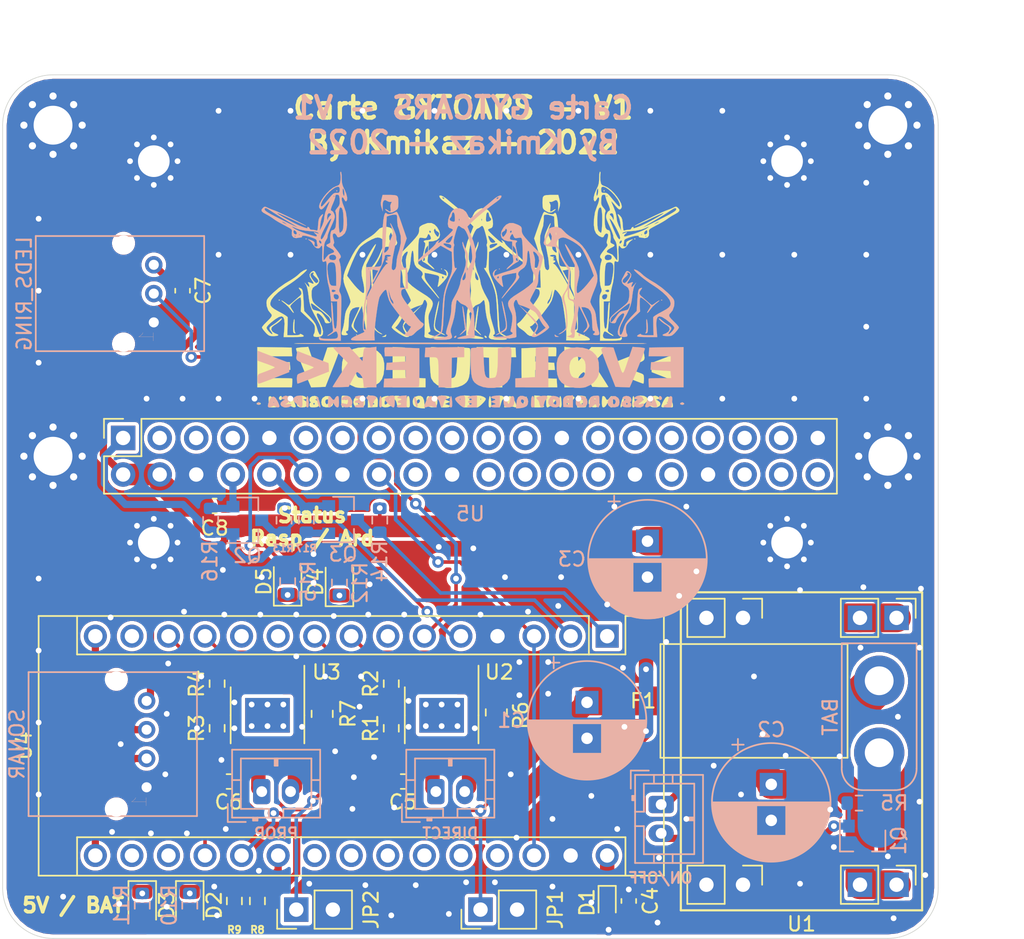
<source format=kicad_pcb>
(kicad_pcb (version 20171130) (host pcbnew "(5.1.10)-1")
  (layers (0 F.Cu signal) (31 B.Cu signal) (34 B.Paste user) (35 F.Paste user) (36 B.SilkS user) (37 F.SilkS user) (38 B.Mask user) (39 F.Mask user) (44 Edge.Cuts user))
  (net 0 "")
  (net 1 "Net-(BATT_2S1-Pad1)")
  (net 2 "Net-(BATT_2S1-Pad2)")
  (net 3 +BATT)
  (net 4 GND)
  (net 5 +5V)
  (net 6 "Net-(D1-Pad1)")
  (net 7 "Net-(D2-Pad1)")
  (net 8 "Net-(D3-Pad1)")
  (net 9 /STATUS_ARDUINO)
  (net 10 "Net-(D4-Pad1)")
  (net 11 "Net-(D5-Pad1)")
  (net 12 /STATUS_RASPY)
  (net 13 "Net-(DIRECT1-Pad1)")
  (net 14 "Net-(DIRECT1-Pad2)")
  (net 15 "Net-(JP1-Pad1)")
  (net 16 "Net-(JP2-Pad1)")
  (net 17 /LEDS_RING)
  (net 18 /ON)
  (net 19 "Net-(PROP1-Pad2)")
  (net 20 "Net-(PROP1-Pad1)")
  (net 21 +3V3)
  (net 22 /TX_RASPY)
  (net 23 /RX_ARDUINO)
  (net 24 /TX_ARDUINO)
  (net 25 /RX_RASPY)
  (net 26 /LIMIT_DIRECT)
  (net 27 "Net-(R1-Pad2)")
  (net 28 /LIMIT_PROP)
  (net 29 "Net-(R3-Pad2)")
  (net 30 "Net-(R8-Pad2)")
  (net 31 /ECHO_SONAR)
  (net 32 /TRIGGER_SONAR)
  (net 33 /PWM1_DIRECT)
  (net 34 /PWM2_DIRECT)
  (net 35 /PWM2_PROP)
  (net 36 /PWM1_PROP)
  (net 37 /~RST_ARDUINO)
  (module ComponentsEvo:logo-evo (layer B.Cu) (at 52.7 34.6 180)
    (fp_text reference G*** hide)
    (fp_text value LOGO hide)
  )
  (module ComponentsEvo:logo-evo (layer F.Cu) (at 52.3 34.6)
    (fp_text reference G*** hide)
    (fp_text value LOGO hide)
  )
  (module ComponentsEvo:Shield_Raspberry_Pi_Zero_W (layer B.Cu) (at 52.5 46.5 90)
    (fp_text reference U5 (at -4 0 180) (layer B.SilkS) (effects (justify mirror)))
    (fp_text value RaspberryPI)
    (pad MH thru_hole circle (at 1.431891 -27.568109 90) (size 0.8 0.8) (drill 0.5) (layers *.Cu *.Mask) (net 4 GND))
    (pad MH thru_hole circle (at 2.025 -29 90) (size 0.8 0.8) (drill 0.5) (layers *.Cu *.Mask) (net 4 GND))
    (pad MH thru_hole circle (at -2.025 -29 90) (size 0.8 0.8) (drill 0.5) (layers *.Cu *.Mask) (net 4 GND))
    (pad MH thru_hole circle (at 1.431891 -30.431891 90) (size 0.8 0.8) (drill 0.5) (layers *.Cu *.Mask) (net 4 GND))
    (pad MH thru_hole circle (at 0 -26.975 90) (size 0.8 0.8) (drill 0.5) (layers *.Cu *.Mask) (net 4 GND))
    (pad MH thru_hole circle (at 0 -29 90) (size 5.4 5.4) (drill 2.7) (layers *.Cu *.Mask) (net 4 GND))
    (pad MH thru_hole circle (at 0 -31.025 90) (size 0.8 0.8) (drill 0.5) (layers *.Cu *.Mask) (net 4 GND))
    (pad MH thru_hole circle (at -1.431891 -27.568109 90) (size 0.8 0.8) (drill 0.5) (layers *.Cu *.Mask) (net 4 GND))
    (pad MH thru_hole circle (at -1.431891 -30.431891 90) (size 0.8 0.8) (drill 0.5) (layers *.Cu *.Mask) (net 4 GND))
    (pad MH thru_hole circle (at 1.431891 30.431891 90) (size 0.8 0.8) (drill 0.5) (layers *.Cu *.Mask) (net 4 GND))
    (pad MH thru_hole circle (at 2.025 29 90) (size 0.8 0.8) (drill 0.5) (layers *.Cu *.Mask) (net 4 GND))
    (pad MH thru_hole circle (at -2.025 29 90) (size 0.8 0.8) (drill 0.5) (layers *.Cu *.Mask) (net 4 GND))
    (pad MH thru_hole circle (at 1.431891 27.568109 90) (size 0.8 0.8) (drill 0.5) (layers *.Cu *.Mask) (net 4 GND))
    (pad MH thru_hole circle (at 0 31.025 90) (size 0.8 0.8) (drill 0.5) (layers *.Cu *.Mask) (net 4 GND))
    (pad MH thru_hole circle (at 0 29 90) (size 5.4 5.4) (drill 2.7) (layers *.Cu *.Mask) (net 4 GND))
    (pad MH thru_hole circle (at 0 26.975 90) (size 0.8 0.8) (drill 0.5) (layers *.Cu *.Mask) (net 4 GND))
    (pad MH thru_hole circle (at -1.431891 30.431891 90) (size 0.8 0.8) (drill 0.5) (layers *.Cu *.Mask) (net 4 GND))
    (pad MH thru_hole circle (at -1.431891 27.568109 90) (size 0.8 0.8) (drill 0.5) (layers *.Cu *.Mask) (net 4 GND))
    (pad MH thru_hole circle (at 24.431891 -27.568109 90) (size 0.8 0.8) (drill 0.5) (layers *.Cu *.Mask) (net 4 GND))
    (pad MH thru_hole circle (at 25.025 -29 90) (size 0.8 0.8) (drill 0.5) (layers *.Cu *.Mask) (net 4 GND))
    (pad MH thru_hole circle (at 20.975 -29 90) (size 0.8 0.8) (drill 0.5) (layers *.Cu *.Mask) (net 4 GND))
    (pad MH thru_hole circle (at 24.431891 -30.431891 90) (size 0.8 0.8) (drill 0.5) (layers *.Cu *.Mask) (net 4 GND))
    (pad MH thru_hole circle (at 23 -26.975 90) (size 0.8 0.8) (drill 0.5) (layers *.Cu *.Mask) (net 4 GND))
    (pad MH thru_hole circle (at 23 -29 90) (size 5.4 5.4) (drill 2.7) (layers *.Cu *.Mask) (net 4 GND))
    (pad MH thru_hole circle (at 23 -31.025 90) (size 0.8 0.8) (drill 0.5) (layers *.Cu *.Mask) (net 4 GND))
    (pad MH thru_hole circle (at 21.568109 -27.568109 90) (size 0.8 0.8) (drill 0.5) (layers *.Cu *.Mask) (net 4 GND))
    (pad MH thru_hole circle (at 21.568109 -30.431891 90) (size 0.8 0.8) (drill 0.5) (layers *.Cu *.Mask) (net 4 GND))
    (pad MH thru_hole circle (at 25.025 29 90) (size 0.8 0.8) (drill 0.5) (layers *.Cu *.Mask) (net 4 GND))
    (pad MH thru_hole circle (at 21.568109 27.568109 90) (size 0.8 0.8) (drill 0.5) (layers *.Cu *.Mask) (net 4 GND))
    (pad MH thru_hole circle (at 23 31.025 90) (size 0.8 0.8) (drill 0.5) (layers *.Cu *.Mask) (net 4 GND))
    (pad MH thru_hole circle (at 20.975 29 90) (size 0.8 0.8) (drill 0.5) (layers *.Cu *.Mask) (net 4 GND))
    (pad MH thru_hole circle (at 21.568109 30.431891 90) (size 0.8 0.8) (drill 0.5) (layers *.Cu *.Mask) (net 4 GND))
    (pad MH thru_hole circle (at 24.431891 27.568109 90) (size 0.8 0.8) (drill 0.5) (layers *.Cu *.Mask) (net 4 GND))
    (pad MH thru_hole circle (at 23 26.975 90) (size 0.8 0.8) (drill 0.5) (layers *.Cu *.Mask) (net 4 GND))
    (pad MH thru_hole circle (at 23 29 90) (size 5.4 5.4) (drill 2.7) (layers *.Cu *.Mask) (net 4 GND))
    (pad MH thru_hole circle (at 24.431891 30.431891 90) (size 0.8 0.8) (drill 0.5) (layers *.Cu *.Mask) (net 4 GND))
    (pad 17 thru_hole oval (at 1.27 -3.81 270) (size 1.7 1.7) (drill 1) (layers *.Cu *.Mask))
    (pad 19 thru_hole oval (at 1.27 -1.27 270) (size 1.7 1.7) (drill 1) (layers *.Cu *.Mask))
    (pad 10 thru_hole oval (at -1.27 -13.97 270) (size 1.7 1.7) (drill 1) (layers *.Cu *.Mask) (net 25 /RX_RASPY))
    (pad 4 thru_hole oval (at -1.27 -21.59 270) (size 1.7 1.7) (drill 1) (layers *.Cu *.Mask) (net 5 +5V))
    (pad 24 thru_hole oval (at -1.27 3.81 270) (size 1.7 1.7) (drill 1) (layers *.Cu *.Mask))
    (pad 35 thru_hole oval (at 1.27 19.05 270) (size 1.7 1.7) (drill 1) (layers *.Cu *.Mask))
    (pad 39 thru_hole oval (at 1.27 24.13 270) (size 1.7 1.7) (drill 1) (layers *.Cu *.Mask) (net 4 GND))
    (pad 38 thru_hole oval (at -1.27 21.59 270) (size 1.7 1.7) (drill 1) (layers *.Cu *.Mask))
    (pad 22 thru_hole oval (at -1.27 1.27 270) (size 1.7 1.7) (drill 1) (layers *.Cu *.Mask))
    (pad 6 thru_hole oval (at -1.27 -19.05 270) (size 1.7 1.7) (drill 1) (layers *.Cu *.Mask) (net 4 GND))
    (pad 37 thru_hole oval (at 1.27 21.59 270) (size 1.7 1.7) (drill 1) (layers *.Cu *.Mask))
    (pad 34 thru_hole oval (at -1.27 16.51 270) (size 1.7 1.7) (drill 1) (layers *.Cu *.Mask) (net 4 GND))
    (pad 29 thru_hole oval (at 1.27 11.43 270) (size 1.7 1.7) (drill 1) (layers *.Cu *.Mask))
    (pad 12 thru_hole oval (at -1.27 -11.43 270) (size 1.7 1.7) (drill 1) (layers *.Cu *.Mask) (net 12 /STATUS_RASPY))
    (pad 3 thru_hole oval (at 1.27 -21.59 270) (size 1.7 1.7) (drill 1) (layers *.Cu *.Mask))
    (pad 32 thru_hole oval (at -1.27 13.97 270) (size 1.7 1.7) (drill 1) (layers *.Cu *.Mask))
    (pad 30 thru_hole oval (at -1.27 11.43 270) (size 1.7 1.7) (drill 1) (layers *.Cu *.Mask) (net 4 GND))
    (pad 9 thru_hole oval (at 1.27 -13.97 270) (size 1.7 1.7) (drill 1) (layers *.Cu *.Mask) (net 4 GND))
    (pad 20 thru_hole oval (at -1.27 -1.27 270) (size 1.7 1.7) (drill 1) (layers *.Cu *.Mask) (net 4 GND))
    (pad 27 thru_hole oval (at 1.27 8.89 270) (size 1.7 1.7) (drill 1) (layers *.Cu *.Mask))
    (pad 11 thru_hole oval (at 1.27 -11.43 270) (size 1.7 1.7) (drill 1) (layers *.Cu *.Mask))
    (pad 1 thru_hole rect (at 1.27 -24.13 270) (size 1.7 1.7) (drill 1) (layers *.Cu *.Mask) (net 21 +3V3))
    (pad 8 thru_hole oval (at -1.27 -16.51 270) (size 1.7 1.7) (drill 1) (layers *.Cu *.Mask) (net 22 /TX_RASPY))
    (pad 18 thru_hole oval (at -1.27 -3.81 270) (size 1.7 1.7) (drill 1) (layers *.Cu *.Mask))
    (pad 14 thru_hole oval (at -1.27 -8.89 270) (size 1.7 1.7) (drill 1) (layers *.Cu *.Mask) (net 4 GND))
    (pad 7 thru_hole oval (at 1.27 -16.51 270) (size 1.7 1.7) (drill 1) (layers *.Cu *.Mask))
    (pad 5 thru_hole oval (at 1.27 -19.05 270) (size 1.7 1.7) (drill 1) (layers *.Cu *.Mask))
    (pad 23 thru_hole oval (at 1.27 3.81 270) (size 1.7 1.7) (drill 1) (layers *.Cu *.Mask))
    (pad 26 thru_hole oval (at -1.27 6.35 270) (size 1.7 1.7) (drill 1) (layers *.Cu *.Mask))
    (pad 28 thru_hole oval (at -1.27 8.89 270) (size 1.7 1.7) (drill 1) (layers *.Cu *.Mask))
    (pad 13 thru_hole oval (at 1.27 -8.89 270) (size 1.7 1.7) (drill 1) (layers *.Cu *.Mask))
    (pad 15 thru_hole oval (at 1.27 -6.35 270) (size 1.7 1.7) (drill 1) (layers *.Cu *.Mask))
    (pad 40 thru_hole oval (at -1.27 24.13 270) (size 1.7 1.7) (drill 1) (layers *.Cu *.Mask))
    (pad 36 thru_hole oval (at -1.27 19.05 270) (size 1.7 1.7) (drill 1) (layers *.Cu *.Mask))
    (pad 33 thru_hole oval (at 1.27 16.51 270) (size 1.7 1.7) (drill 1) (layers *.Cu *.Mask))
    (pad 16 thru_hole oval (at -1.27 -6.35 270) (size 1.7 1.7) (drill 1) (layers *.Cu *.Mask) (net 37 /~RST_ARDUINO))
    (pad 25 thru_hole oval (at 1.27 6.35 270) (size 1.7 1.7) (drill 1) (layers *.Cu *.Mask) (net 4 GND))
    (pad 21 thru_hole oval (at 1.27 1.27 270) (size 1.7 1.7) (drill 1) (layers *.Cu *.Mask))
    (pad 2 thru_hole oval (at -1.27 -24.13 270) (size 1.7 1.7) (drill 1) (layers *.Cu *.Mask) (net 5 +5V))
    (pad 31 thru_hole oval (at 1.27 13.97 270) (size 1.7 1.7) (drill 1) (layers *.Cu *.Mask))
  )
  (module Resistor_SMD:R_0603_1608Metric (layer F.Cu) (at 47 62.3 90)
    (fp_text reference R2 (at 0 -1.43 90) (layer F.SilkS))
    (fp_text value 510)
    (pad 2 smd roundrect (at 0.825 0 90) (size 0.8 0.95) (layers F.Cu F.Paste F.Mask) (net 4 GND))
    (pad 1 smd roundrect (at -0.825 0 90) (size 0.8 0.95) (layers F.Cu F.Paste F.Mask) (net 27 "Net-(R1-Pad2)"))
  )
  (module ComponentsEvo:0031.7701.11 (layer F.Cu) (at 72.2 63.5)
    (fp_text reference F1 (at -7.7 0) (layer F.SilkS))
    (fp_text value Fuse)
    (pad 2 smd rect (at 4 0) (size 5 6) (layers F.Cu F.Paste F.Mask) (net 1 "Net-(BATT_2S1-Pad1)"))
    (pad 1 smd rect (at -4 0) (size 5 6) (layers F.Cu F.Paste F.Mask) (net 3 +BATT))
  )
  (module Capacitor_THT:CP_Radial_D8.0mm_P2.50mm (layer B.Cu) (at 64.8 52.4 270)
    (fp_text reference C3 (at 1.25 5.25 180) (layer B.SilkS) (effects (justify mirror)))
    (fp_text value 220uF)
    (pad 1 thru_hole rect (at 0 0 270) (size 1.6 1.6) (drill 0.8) (layers *.Cu *.Mask) (net 5 +5V))
    (pad 2 thru_hole circle (at 2.5 0 270) (size 1.6 1.6) (drill 0.8) (layers *.Cu *.Mask) (net 4 GND))
  )
  (module ConnectorsEvo:XT30 (layer B.Cu) (at 80.9 64.6 270)
    (fp_text reference BAT (at 0 3.4 270) (layer B.SilkS) (effects (justify mirror)))
    (fp_text value "XT30 Male")
    (pad 1 thru_hole circle (at -2.5 0 180) (size 3.5 3.5) (drill 2) (layers *.Cu *.Mask) (net 1 "Net-(BATT_2S1-Pad1)"))
    (pad 2 thru_hole circle (at 2.5 0 180) (size 3.5 3.5) (drill 2) (layers *.Cu *.Mask) (net 2 "Net-(BATT_2S1-Pad2)"))
  )
  (module Capacitor_THT:CP_Radial_D8.0mm_P2.50mm (layer B.Cu) (at 60.6 63.6 270)
    (fp_text reference C1 (at 1.25 5.25 180) (layer B.SilkS) (effects (justify mirror)))
    (fp_text value 220uF)
    (pad 1 thru_hole rect (at 0 0 270) (size 1.6 1.6) (drill 0.8) (layers *.Cu *.Mask) (net 3 +BATT))
    (pad 2 thru_hole circle (at 2.5 0 270) (size 1.6 1.6) (drill 0.8) (layers *.Cu *.Mask) (net 4 GND))
  )
  (module Capacitor_THT:CP_Radial_D8.0mm_P2.50mm (layer B.Cu) (at 73.4 69.3 270)
    (fp_text reference C2 (at -3.8 0 180) (layer B.SilkS) (effects (justify mirror)))
    (fp_text value 220uF)
    (pad 2 thru_hole circle (at 2.5 0 270) (size 1.6 1.6) (drill 0.8) (layers *.Cu *.Mask) (net 4 GND))
    (pad 1 thru_hole rect (at 0 0 270) (size 1.6 1.6) (drill 0.8) (layers *.Cu *.Mask) (net 3 +BATT))
  )
  (module Capacitor_SMD:C_0603_1608Metric (layer F.Cu) (at 63.5 77.4 90)
    (fp_text reference C4 (at 0 1.5 90) (layer F.SilkS))
    (fp_text value 4.7uF)
    (pad 2 smd roundrect (at 0.775 0 90) (size 0.9 0.95) (layers F.Cu F.Paste F.Mask) (net 4 GND))
    (pad 1 smd roundrect (at -0.775 0 90) (size 0.9 0.95) (layers F.Cu F.Paste F.Mask) (net 5 +5V))
  )
  (module Capacitor_SMD:C_0603_1608Metric (layer F.Cu) (at 47.8 69.1 180)
    (fp_text reference C5 (at 0 -1.43) (layer F.SilkS))
    (fp_text value 4.7uF)
    (pad 2 smd roundrect (at 0.775 0 180) (size 0.9 0.95) (layers F.Cu F.Paste F.Mask) (net 4 GND))
    (pad 1 smd roundrect (at -0.775 0 180) (size 0.9 0.95) (layers F.Cu F.Paste F.Mask) (net 3 +BATT))
  )
  (module Capacitor_SMD:C_0603_1608Metric (layer F.Cu) (at 35.7 69.1 180)
    (fp_text reference C6 (at 0 -1.43) (layer F.SilkS))
    (fp_text value 4.7uF)
    (pad 1 smd roundrect (at -0.775 0 180) (size 0.9 0.95) (layers F.Cu F.Paste F.Mask) (net 3 +BATT))
    (pad 2 smd roundrect (at 0.775 0 180) (size 0.9 0.95) (layers F.Cu F.Paste F.Mask) (net 4 GND))
  )
  (module Capacitor_SMD:C_0603_1608Metric (layer F.Cu) (at 32.5 35 270)
    (fp_text reference C7 (at 0 -1.43 90) (layer F.SilkS))
    (fp_text value 4.7uF)
    (pad 1 smd roundrect (at -0.775 0 270) (size 0.9 0.95) (layers F.Cu F.Paste F.Mask) (net 5 +5V))
    (pad 2 smd roundrect (at 0.775 0 270) (size 0.9 0.95) (layers F.Cu F.Paste F.Mask) (net 4 GND))
  )
  (module Capacitor_SMD:C_0603_1608Metric (layer F.Cu) (at 34.725 49.95)
    (fp_text reference C8 (at 0 1.55) (layer F.SilkS))
    (fp_text value 4.7uF)
    (pad 1 smd roundrect (at -0.775 0) (size 0.9 0.95) (layers F.Cu F.Paste F.Mask) (net 5 +5V))
    (pad 2 smd roundrect (at 0.775 0) (size 0.9 0.95) (layers F.Cu F.Paste F.Mask) (net 4 GND))
  )
  (module Diode_SMD:D_SOD-523 (layer F.Cu) (at 62 77.5 270)
    (fp_text reference D1 (at 0 1.4 90) (layer F.SilkS))
    (fp_text value D)
    (pad 2 smd rect (at 0.7 0 90) (size 0.6 0.7) (layers F.Cu F.Paste F.Mask) (net 5 +5V))
    (pad 1 smd rect (at -0.7 0 90) (size 0.6 0.7) (layers F.Cu F.Paste F.Mask) (net 6 "Net-(D1-Pad1)"))
  )
  (module LED_SMD:LED_0805_2012Metric (layer F.Cu) (at 33 77.7 270)
    (fp_text reference D2 (at 0 -1.7 90) (layer F.SilkS))
    (fp_text value RED)
    (pad 1 smd roundrect (at -0.9375 0 270) (size 0.975 1.4) (layers F.Cu F.Paste F.Mask) (net 7 "Net-(D2-Pad1)"))
    (pad 2 smd roundrect (at 0.9375 0 270) (size 0.975 1.4) (layers F.Cu F.Paste F.Mask) (net 3 +BATT))
  )
  (module LED_SMD:LED_0805_2012Metric (layer F.Cu) (at 29.7 77.7 270)
    (fp_text reference D3 (at 0 -1.7 90) (layer F.SilkS))
    (fp_text value RED)
    (pad 2 smd roundrect (at 0.9375 0 270) (size 0.975 1.4) (layers F.Cu F.Paste F.Mask) (net 5 +5V))
    (pad 1 smd roundrect (at -0.9375 0 270) (size 0.975 1.4) (layers F.Cu F.Paste F.Mask) (net 8 "Net-(D3-Pad1)"))
  )
  (module LED_SMD:LED_0805_2012Metric (layer F.Cu) (at 43.4 55.2375 90)
    (fp_text reference D4 (at 0 -1.65 90) (layer F.SilkS))
    (fp_text value GREEN)
    (pad 2 smd roundrect (at 0.9375 0 90) (size 0.975 1.4) (layers F.Cu F.Paste F.Mask) (net 9 /STATUS_ARDUINO))
    (pad 1 smd roundrect (at -0.9375 0 90) (size 0.975 1.4) (layers F.Cu F.Paste F.Mask) (net 10 "Net-(D4-Pad1)"))
  )
  (module LED_SMD:LED_0805_2012Metric (layer F.Cu) (at 39.8 55.2 90)
    (fp_text reference D5 (at 0 -1.65 90) (layer F.SilkS))
    (fp_text value GREEN)
    (pad 1 smd roundrect (at -0.9375 0 90) (size 0.975 1.4) (layers F.Cu F.Paste F.Mask) (net 11 "Net-(D5-Pad1)"))
    (pad 2 smd roundrect (at 0.9375 0 90) (size 0.975 1.4) (layers F.Cu F.Paste F.Mask) (net 12 /STATUS_RASPY))
  )
  (module Connector_JST:JST_PH_B2B-PH-K_1x02_P2.00mm_Vertical (layer B.Cu) (at 50.1 69.8)
    (fp_text reference DIRECT (at 1 2.9) (layer B.SilkS) (effects (font (size 0.75 0.75)) (justify mirror)))
    (fp_text value "JST PH 2")
    (pad 1 thru_hole roundrect (at 0 0) (size 1.2 1.75) (drill 0.75) (layers *.Cu *.Mask) (roundrect_rratio 0.2083325) (net 13 "Net-(DIRECT1-Pad1)"))
    (pad 2 thru_hole oval (at 2 0) (size 1.2 1.75) (drill 0.75) (layers *.Cu *.Mask) (net 14 "Net-(DIRECT1-Pad2)"))
  )
  (module MountingHole:MountingHole_2.2mm_M2_Pad_Via (layer F.Cu) (at 30.5 26)
    (fp_text reference H1 hide)
    (fp_text value MountingHole_Pad)
    (pad 1 thru_hole circle (at 1.166726 -1.166726) (size 0.7 0.7) (drill 0.4) (layers *.Cu *.Mask) (net 4 GND))
    (pad 1 thru_hole circle (at 0 -1.65) (size 0.7 0.7) (drill 0.4) (layers *.Cu *.Mask) (net 4 GND))
    (pad 1 thru_hole circle (at -1.166726 -1.166726) (size 0.7 0.7) (drill 0.4) (layers *.Cu *.Mask) (net 4 GND))
    (pad 1 thru_hole circle (at -1.65 0) (size 0.7 0.7) (drill 0.4) (layers *.Cu *.Mask) (net 4 GND))
    (pad 1 thru_hole circle (at -1.166726 1.166726) (size 0.7 0.7) (drill 0.4) (layers *.Cu *.Mask) (net 4 GND))
    (pad 1 thru_hole circle (at 0 1.65) (size 0.7 0.7) (drill 0.4) (layers *.Cu *.Mask) (net 4 GND))
    (pad 1 thru_hole circle (at 1.166726 1.166726) (size 0.7 0.7) (drill 0.4) (layers *.Cu *.Mask) (net 4 GND))
    (pad 1 thru_hole circle (at 1.65 0) (size 0.7 0.7) (drill 0.4) (layers *.Cu *.Mask) (net 4 GND))
    (pad 1 thru_hole circle (at 0 0) (size 4.4 4.4) (drill 2.2) (layers *.Cu *.Mask) (net 4 GND))
  )
  (module MountingHole:MountingHole_2.2mm_M2_Pad_Via (layer F.Cu) (at 74.5 26)
    (fp_text reference H2 hide)
    (fp_text value MountingHole_Pad)
    (pad 1 thru_hole circle (at 0 0) (size 4.4 4.4) (drill 2.2) (layers *.Cu *.Mask) (net 4 GND))
    (pad 1 thru_hole circle (at 1.65 0) (size 0.7 0.7) (drill 0.4) (layers *.Cu *.Mask) (net 4 GND))
    (pad 1 thru_hole circle (at 1.166726 1.166726) (size 0.7 0.7) (drill 0.4) (layers *.Cu *.Mask) (net 4 GND))
    (pad 1 thru_hole circle (at 0 1.65) (size 0.7 0.7) (drill 0.4) (layers *.Cu *.Mask) (net 4 GND))
    (pad 1 thru_hole circle (at -1.166726 1.166726) (size 0.7 0.7) (drill 0.4) (layers *.Cu *.Mask) (net 4 GND))
    (pad 1 thru_hole circle (at -1.65 0) (size 0.7 0.7) (drill 0.4) (layers *.Cu *.Mask) (net 4 GND))
    (pad 1 thru_hole circle (at -1.166726 -1.166726) (size 0.7 0.7) (drill 0.4) (layers *.Cu *.Mask) (net 4 GND))
    (pad 1 thru_hole circle (at 0 -1.65) (size 0.7 0.7) (drill 0.4) (layers *.Cu *.Mask) (net 4 GND))
    (pad 1 thru_hole circle (at 1.166726 -1.166726) (size 0.7 0.7) (drill 0.4) (layers *.Cu *.Mask) (net 4 GND))
  )
  (module MountingHole:MountingHole_2.2mm_M2_Pad_Via (layer F.Cu) (at 74.5 52.5)
    (fp_text reference H3 hide)
    (fp_text value MountingHole_Pad)
    (pad 1 thru_hole circle (at 1.166726 -1.166726) (size 0.7 0.7) (drill 0.4) (layers *.Cu *.Mask) (net 4 GND))
    (pad 1 thru_hole circle (at 0 -1.65) (size 0.7 0.7) (drill 0.4) (layers *.Cu *.Mask) (net 4 GND))
    (pad 1 thru_hole circle (at -1.166726 -1.166726) (size 0.7 0.7) (drill 0.4) (layers *.Cu *.Mask) (net 4 GND))
    (pad 1 thru_hole circle (at -1.65 0) (size 0.7 0.7) (drill 0.4) (layers *.Cu *.Mask) (net 4 GND))
    (pad 1 thru_hole circle (at -1.166726 1.166726) (size 0.7 0.7) (drill 0.4) (layers *.Cu *.Mask) (net 4 GND))
    (pad 1 thru_hole circle (at 0 1.65) (size 0.7 0.7) (drill 0.4) (layers *.Cu *.Mask) (net 4 GND))
    (pad 1 thru_hole circle (at 1.166726 1.166726) (size 0.7 0.7) (drill 0.4) (layers *.Cu *.Mask) (net 4 GND))
    (pad 1 thru_hole circle (at 1.65 0) (size 0.7 0.7) (drill 0.4) (layers *.Cu *.Mask) (net 4 GND))
    (pad 1 thru_hole circle (at 0 0) (size 4.4 4.4) (drill 2.2) (layers *.Cu *.Mask) (net 4 GND))
  )
  (module MountingHole:MountingHole_2.2mm_M2_Pad_Via (layer F.Cu) (at 30.5 52.5)
    (fp_text reference H4 hide)
    (fp_text value MountingHole_Pad)
    (pad 1 thru_hole circle (at 0 0) (size 4.4 4.4) (drill 2.2) (layers *.Cu *.Mask) (net 4 GND))
    (pad 1 thru_hole circle (at 1.65 0) (size 0.7 0.7) (drill 0.4) (layers *.Cu *.Mask) (net 4 GND))
    (pad 1 thru_hole circle (at 1.166726 1.166726) (size 0.7 0.7) (drill 0.4) (layers *.Cu *.Mask) (net 4 GND))
    (pad 1 thru_hole circle (at 0 1.65) (size 0.7 0.7) (drill 0.4) (layers *.Cu *.Mask) (net 4 GND))
    (pad 1 thru_hole circle (at -1.166726 1.166726) (size 0.7 0.7) (drill 0.4) (layers *.Cu *.Mask) (net 4 GND))
    (pad 1 thru_hole circle (at -1.65 0) (size 0.7 0.7) (drill 0.4) (layers *.Cu *.Mask) (net 4 GND))
    (pad 1 thru_hole circle (at -1.166726 -1.166726) (size 0.7 0.7) (drill 0.4) (layers *.Cu *.Mask) (net 4 GND))
    (pad 1 thru_hole circle (at 0 -1.65) (size 0.7 0.7) (drill 0.4) (layers *.Cu *.Mask) (net 4 GND))
    (pad 1 thru_hole circle (at 1.166726 -1.166726) (size 0.7 0.7) (drill 0.4) (layers *.Cu *.Mask) (net 4 GND))
  )
  (module ConnectorsEvo:S03B-PASK (layer B.Cu) (at 30.5 35.2 270)
    (fp_text reference LEDS_RING (at 0 9 90) (layer B.SilkS) (effects (justify mirror)))
    (fp_text value "JST PA 3")
    (fp_text user 1 (at 3 0.5 90) (layer B.SilkS) (effects (font (thickness 0.015)) (justify mirror)))
    (pad "" np_thru_hole circle (at 3.5 2.1 270) (size 1.1 1.1) (drill 1.1) (layers *.Cu *.Mask))
    (pad 3 thru_hole circle (at 2 0 270) (size 1.208 1.208) (drill 0.7) (layers *.Cu *.Mask) (net 4 GND))
    (pad "" np_thru_hole circle (at -3.5 2.1 270) (size 1.1 1.1) (drill 1.1) (layers *.Cu *.Mask))
    (pad 2 thru_hole circle (at 0 0 270) (size 1.208 1.208) (drill 0.7) (layers *.Cu *.Mask) (net 17 /LEDS_RING))
    (pad 1 thru_hole circle (at -2 0 270) (size 1.208 1.208) (drill 0.7) (layers *.Cu *.Mask) (net 5 +5V))
  )
  (module Connector_JST:JST_PH_B2B-PH-K_1x02_P2.00mm_Vertical (layer B.Cu) (at 65.75 70.7 270)
    (fp_text reference ON/OFF (at 5.1 0.05 180) (layer B.SilkS) (effects (font (size 0.75 0.75)) (justify mirror)))
    (fp_text value "JST PH 2")
    (pad 1 thru_hole roundrect (at 0 0 270) (size 1.2 1.75) (drill 0.75) (layers *.Cu *.Mask) (roundrect_rratio 0.2083325) (net 3 +BATT))
    (pad 2 thru_hole oval (at 2 0 270) (size 1.2 1.75) (drill 0.75) (layers *.Cu *.Mask) (net 18 /ON))
  )
  (module Connector_JST:JST_PH_B2B-PH-K_1x02_P2.00mm_Vertical (layer B.Cu) (at 38 69.8)
    (fp_text reference PROP (at 1 2.9) (layer B.SilkS) (effects (font (size 0.75 0.75)) (justify mirror)))
    (fp_text value "JST PH 2")
    (pad 2 thru_hole oval (at 2 0) (size 1.2 1.75) (drill 0.75) (layers *.Cu *.Mask) (net 19 "Net-(PROP1-Pad2)"))
    (pad 1 thru_hole roundrect (at 0 0) (size 1.2 1.75) (drill 0.75) (layers *.Cu *.Mask) (roundrect_rratio 0.2083325) (net 20 "Net-(PROP1-Pad1)"))
  )
  (module Package_TO_SOT_SMD:SOT-23 (layer B.Cu) (at 79.75 73.2 270)
    (fp_text reference Q1 (at 0 -2.5 90) (layer B.SilkS) (effects (justify mirror)))
    (fp_text value Q_NMOS_GSD)
    (pad 1 smd rect (at -1 0.95 270) (size 0.9 0.8) (layers B.Cu B.Paste B.Mask) (net 18 /ON))
    (pad 2 smd rect (at -1 -0.95 270) (size 0.9 0.8) (layers B.Cu B.Paste B.Mask) (net 2 "Net-(BATT_2S1-Pad2)"))
    (pad 3 smd rect (at 1 0 270) (size 0.9 0.8) (layers B.Cu B.Paste B.Mask) (net 4 GND))
  )
  (module Package_TO_SOT_SMD:SOT-23 (layer B.Cu) (at 37 50.95)
    (fp_text reference Q2 (at 0 2.45 180) (layer B.SilkS) (effects (justify mirror)))
    (fp_text value Q_NMOS_GSD)
    (pad 1 smd rect (at -1 0.95) (size 0.9 0.8) (layers B.Cu B.Paste B.Mask) (net 21 +3V3))
    (pad 2 smd rect (at -1 -0.95) (size 0.9 0.8) (layers B.Cu B.Paste B.Mask) (net 22 /TX_RASPY))
    (pad 3 smd rect (at 1 0) (size 0.9 0.8) (layers B.Cu B.Paste B.Mask) (net 23 /RX_ARDUINO))
  )
  (module Package_TO_SOT_SMD:SOT-23 (layer B.Cu) (at 43.65 50.9)
    (fp_text reference Q3 (at 0 2.4) (layer B.SilkS) (effects (justify mirror)))
    (fp_text value Q_NMOS_GSD)
    (pad 3 smd rect (at 1 0) (size 0.9 0.8) (layers B.Cu B.Paste B.Mask) (net 24 /TX_ARDUINO))
    (pad 2 smd rect (at -1 -0.95) (size 0.9 0.8) (layers B.Cu B.Paste B.Mask) (net 25 /RX_RASPY))
    (pad 1 smd rect (at -1 0.95) (size 0.9 0.8) (layers B.Cu B.Paste B.Mask) (net 21 +3V3))
  )
  (module Resistor_SMD:R_0603_1608Metric (layer F.Cu) (at 47 65.4 90)
    (fp_text reference R1 (at 0 -1.43 90) (layer F.SilkS))
    (fp_text value 150)
    (pad 1 smd roundrect (at -0.825 0 90) (size 0.8 0.95) (layers F.Cu F.Paste F.Mask) (net 26 /LIMIT_DIRECT))
    (pad 2 smd roundrect (at 0.825 0 90) (size 0.8 0.95) (layers F.Cu F.Paste F.Mask) (net 27 "Net-(R1-Pad2)"))
  )
  (module Resistor_SMD:R_0603_1608Metric (layer F.Cu) (at 34.9 65.4 90)
    (fp_text reference R3 (at 0 -1.43 90) (layer F.SilkS))
    (fp_text value 150)
    (pad 1 smd roundrect (at -0.825 0 90) (size 0.8 0.95) (layers F.Cu F.Paste F.Mask) (net 28 /LIMIT_PROP))
    (pad 2 smd roundrect (at 0.825 0 90) (size 0.8 0.95) (layers F.Cu F.Paste F.Mask) (net 29 "Net-(R3-Pad2)"))
  )
  (module Resistor_SMD:R_0603_1608Metric (layer F.Cu) (at 34.9 62.3 90)
    (fp_text reference R4 (at 0 -1.43 90) (layer F.SilkS))
    (fp_text value 510)
    (pad 2 smd roundrect (at 0.825 0 90) (size 0.8 0.95) (layers F.Cu F.Paste F.Mask) (net 4 GND))
    (pad 1 smd roundrect (at -0.825 0 90) (size 0.8 0.95) (layers F.Cu F.Paste F.Mask) (net 29 "Net-(R3-Pad2)"))
  )
  (module Resistor_SMD:R_0603_1608Metric (layer B.Cu) (at 79.5 70.6 180)
    (fp_text reference R5 (at -2.45 0) (layer B.SilkS) (effects (justify mirror)))
    (fp_text value 10K)
    (pad 1 smd roundrect (at -0.825 0 180) (size 0.8 0.95) (layers B.Cu B.Paste B.Mask) (net 2 "Net-(BATT_2S1-Pad2)"))
    (pad 2 smd roundrect (at 0.825 0 180) (size 0.8 0.95) (layers B.Cu B.Paste B.Mask) (net 18 /ON))
  )
  (module Resistor_SMD:R_0603_1608Metric (layer F.Cu) (at 37.7 77.4 90)
    (fp_text reference R8 (at -2 0 180) (layer F.SilkS) (effects (font (size 0.5 0.5) (thickness 0.125))))
    (fp_text value 10K)
    (pad 1 smd roundrect (at -0.825 0 90) (size 0.8 0.95) (layers F.Cu F.Paste F.Mask) (net 3 +BATT))
    (pad 2 smd roundrect (at 0.825 0 90) (size 0.8 0.95) (layers F.Cu F.Paste F.Mask) (net 30 "Net-(R8-Pad2)"))
  )
  (module Resistor_SMD:R_0603_1608Metric (layer F.Cu) (at 36.1 77.4 270)
    (fp_text reference R9 (at 2 0 180) (layer F.SilkS) (effects (font (size 0.5 0.5) (thickness 0.125))))
    (fp_text value 10K)
    (pad 1 smd roundrect (at -0.825 0 270) (size 0.8 0.95) (layers F.Cu F.Paste F.Mask) (net 30 "Net-(R8-Pad2)"))
    (pad 2 smd roundrect (at 0.825 0 270) (size 0.8 0.95) (layers F.Cu F.Paste F.Mask) (net 4 GND))
  )
  (module Resistor_SMD:R_0603_1608Metric (layer B.Cu) (at 33 77.7 270)
    (fp_text reference R10 (at 0 1.43 90) (layer B.SilkS) (effects (justify mirror)))
    (fp_text value 1K)
    (pad 2 smd roundrect (at 0.825 0 270) (size 0.8 0.95) (layers B.Cu B.Paste B.Mask) (net 4 GND))
    (pad 1 smd roundrect (at -0.825 0 270) (size 0.8 0.95) (layers B.Cu B.Paste B.Mask) (net 7 "Net-(D2-Pad1)"))
  )
  (module Resistor_SMD:R_0603_1608Metric (layer B.Cu) (at 29.7 77.7 270)
    (fp_text reference R11 (at 0 1.43 270) (layer B.SilkS) (effects (justify mirror)))
    (fp_text value 1K)
    (pad 2 smd roundrect (at 0.825 0 270) (size 0.8 0.95) (layers B.Cu B.Paste B.Mask) (net 4 GND))
    (pad 1 smd roundrect (at -0.825 0 270) (size 0.8 0.95) (layers B.Cu B.Paste B.Mask) (net 8 "Net-(D3-Pad1)"))
  )
  (module Resistor_SMD:R_0603_1608Metric (layer B.Cu) (at 43.4 55.3 90)
    (fp_text reference R12 (at 0 1.43 90) (layer B.SilkS) (effects (justify mirror)))
    (fp_text value 1K)
    (pad 1 smd roundrect (at -0.825 0 90) (size 0.8 0.95) (layers B.Cu B.Paste B.Mask) (net 10 "Net-(D4-Pad1)"))
    (pad 2 smd roundrect (at 0.825 0 90) (size 0.8 0.95) (layers B.Cu B.Paste B.Mask) (net 4 GND))
  )
  (module Resistor_SMD:R_0603_1608Metric (layer B.Cu) (at 39.55 50.95 270)
    (fp_text reference R13 (at 1.95 0.05) (layer B.SilkS) (effects (font (size 0.5 0.5) (thickness 0.125)) (justify mirror)))
    (fp_text value 10K)
    (pad 1 smd roundrect (at -0.825 0 270) (size 0.8 0.95) (layers B.Cu B.Paste B.Mask) (net 5 +5V))
    (pad 2 smd roundrect (at 0.825 0 270) (size 0.8 0.95) (layers B.Cu B.Paste B.Mask) (net 23 /RX_ARDUINO))
  )
  (module Resistor_SMD:R_0603_1608Metric (layer B.Cu) (at 46.2 50.95 270)
    (fp_text reference R14 (at 2.85 0 90) (layer B.SilkS) (effects (justify mirror)))
    (fp_text value 10K)
    (pad 1 smd roundrect (at -0.825 0 270) (size 0.8 0.95) (layers B.Cu B.Paste B.Mask) (net 5 +5V))
    (pad 2 smd roundrect (at 0.825 0 270) (size 0.8 0.95) (layers B.Cu B.Paste B.Mask) (net 24 /TX_ARDUINO))
  )
  (module Resistor_SMD:R_0603_1608Metric (layer B.Cu) (at 39.8 55.2 90)
    (fp_text reference R15 (at 0 1.43 90) (layer B.SilkS) (effects (justify mirror)))
    (fp_text value 1K)
    (pad 2 smd roundrect (at 0.825 0 90) (size 0.8 0.95) (layers B.Cu B.Paste B.Mask) (net 4 GND))
    (pad 1 smd roundrect (at -0.825 0 90) (size 0.8 0.95) (layers B.Cu B.Paste B.Mask) (net 11 "Net-(D5-Pad1)"))
  )
  (module Resistor_SMD:R_0603_1608Metric (layer B.Cu) (at 34.45 50.95 90)
    (fp_text reference R16 (at -2.85 -0.05 90) (layer B.SilkS) (effects (justify mirror)))
    (fp_text value 10K)
    (pad 2 smd roundrect (at 0.825 0 90) (size 0.8 0.95) (layers B.Cu B.Paste B.Mask) (net 22 /TX_RASPY))
    (pad 1 smd roundrect (at -0.825 0 90) (size 0.8 0.95) (layers B.Cu B.Paste B.Mask) (net 21 +3V3))
  )
  (module Resistor_SMD:R_0603_1608Metric (layer B.Cu) (at 41.1 50.95 90)
    (fp_text reference R17 (at -1.95 0 180) (layer B.SilkS) (effects (font (size 0.5 0.5) (thickness 0.125)) (justify mirror)))
    (fp_text value 10K)
    (pad 2 smd roundrect (at 0.825 0 90) (size 0.8 0.95) (layers B.Cu B.Paste B.Mask) (net 25 /RX_RASPY))
    (pad 1 smd roundrect (at -0.825 0 90) (size 0.8 0.95) (layers B.Cu B.Paste B.Mask) (net 21 +3V3))
  )
  (module ConnectorsEvo:S04B-PASK (layer B.Cu) (at 30 66.5 270)
    (fp_text reference SONAR (at 0 9 90) (layer B.SilkS) (effects (justify mirror)))
    (fp_text value "JST PA 4")
    (fp_text user 1 (at 4 0.5 90) (layer B.SilkS) (effects (font (thickness 0.015)) (justify mirror)))
    (pad "" np_thru_hole circle (at 4.5 2.1 270) (size 1.1 1.1) (drill 1.1) (layers *.Cu *.Mask))
    (pad 3 thru_hole circle (at 1 0 270) (size 1.208 1.208) (drill 0.7) (layers *.Cu *.Mask) (net 31 /ECHO_SONAR))
    (pad 4 thru_hole circle (at 3 0 270) (size 1.208 1.208) (drill 0.7) (layers *.Cu *.Mask F.Adhes) (net 4 GND))
    (pad "" np_thru_hole circle (at -4.5 2.1 270) (size 1.1 1.1) (drill 1.1) (layers *.Cu *.Mask))
    (pad 2 thru_hole circle (at -1 0 270) (size 1.208 1.208) (drill 0.7) (layers *.Cu *.Mask) (net 32 /TRIGGER_SONAR))
    (pad 1 thru_hole circle (at -3 0 270) (size 1.208 1.208) (drill 0.7) (layers *.Cu *.Mask) (net 5 +5V))
  )
  (module ComponentsEvo:MP1584EN (layer F.Cu) (at 75.5 67 90)
    (fp_text reference U1 (at -12 0 180) (layer F.SilkS))
    (fp_text value MP1584EB)
    (pad 1 thru_hole rect (at -9.271 4.064 270) (size 1.7 1.7) (drill 1) (layers *.Cu *.Mask) (net 3 +BATT))
    (pad 1 thru_hole rect (at -9.271 6.604 270) (size 1.7 1.7) (drill 1) (layers *.Cu *.Mask) (net 3 +BATT))
    (pad 2 thru_hole circle (at -9.271 -6.604 270) (size 1.7 1.7) (drill 1) (layers *.Cu *.Mask) (net 4 GND))
    (pad 2 thru_hole circle (at -9.271 -4.064 270) (size 1.7 1.7) (drill 1) (layers *.Cu *.Mask) (net 4 GND))
    (pad 4 thru_hole circle (at 9.271 -6.604 270) (size 1.7 1.7) (drill 1) (layers *.Cu *.Mask) (net 4 GND))
    (pad 4 thru_hole circle (at 9.271 -4.064 270) (size 1.7 1.7) (drill 1) (layers *.Cu *.Mask) (net 4 GND))
    (pad 3 thru_hole rect (at 9.271 6.604 270) (size 1.7 1.7) (drill 1) (layers *.Cu *.Mask) (net 5 +5V))
    (pad 3 thru_hole rect (at 9.271 4.064 270) (size 1.7 1.7) (drill 1) (layers *.Cu *.Mask) (net 5 +5V))
  )
  (module ComponentsEvo:ArduinoNano (layer F.Cu) (at 62 59 270)
    (fp_text reference U4 (at 7.62 40.5 90) (layer F.SilkS))
    (fp_text value Arduino_Nano_v3.x)
    (pad 1 thru_hole rect (at 0 0 270) (size 1.6 1.6) (drill 1) (layers *.Cu *.Mask) (net 24 /TX_ARDUINO))
    (pad 17 thru_hole oval (at 15.24 33.02 270) (size 1.6 1.6) (drill 1) (layers *.Cu *.Mask))
    (pad 2 thru_hole oval (at 0 2.54 270) (size 1.6 1.6) (drill 1) (layers *.Cu *.Mask) (net 23 /RX_ARDUINO))
    (pad 18 thru_hole oval (at 15.24 30.48 270) (size 1.6 1.6) (drill 1) (layers *.Cu *.Mask))
    (pad 3 thru_hole oval (at 0 5.08 270) (size 1.6 1.6) (drill 1) (layers *.Cu *.Mask) (net 37 /~RST_ARDUINO))
    (pad 19 thru_hole oval (at 15.24 27.94 270) (size 1.6 1.6) (drill 1) (layers *.Cu *.Mask) (net 28 /LIMIT_PROP))
    (pad 4 thru_hole oval (at 0 7.62 270) (size 1.6 1.6) (drill 1) (layers *.Cu *.Mask) (net 4 GND))
    (pad 20 thru_hole oval (at 15.24 25.4 270) (size 1.6 1.6) (drill 1) (layers *.Cu *.Mask) (net 26 /LIMIT_DIRECT))
    (pad 5 thru_hole oval (at 0 10.16 270) (size 1.6 1.6) (drill 1) (layers *.Cu *.Mask) (net 9 /STATUS_ARDUINO))
    (pad 21 thru_hole oval (at 15.24 22.86 270) (size 1.6 1.6) (drill 1) (layers *.Cu *.Mask) (net 30 "Net-(R8-Pad2)"))
    (pad 6 thru_hole oval (at 0 12.7 270) (size 1.6 1.6) (drill 1) (layers *.Cu *.Mask) (net 17 /LEDS_RING))
    (pad 22 thru_hole oval (at 15.24 20.32 270) (size 1.6 1.6) (drill 1) (layers *.Cu *.Mask))
    (pad 7 thru_hole oval (at 0 15.24 270) (size 1.6 1.6) (drill 1) (layers *.Cu *.Mask))
    (pad 23 thru_hole oval (at 15.24 17.78 270) (size 1.6 1.6) (drill 1) (layers *.Cu *.Mask))
    (pad 8 thru_hole oval (at 0 17.78 270) (size 1.6 1.6) (drill 1) (layers *.Cu *.Mask) (net 34 /PWM2_DIRECT))
    (pad 24 thru_hole oval (at 15.24 15.24 270) (size 1.6 1.6) (drill 1) (layers *.Cu *.Mask))
    (pad 9 thru_hole oval (at 0 20.32 270) (size 1.6 1.6) (drill 1) (layers *.Cu *.Mask) (net 33 /PWM1_DIRECT))
    (pad 25 thru_hole oval (at 15.24 12.7 270) (size 1.6 1.6) (drill 1) (layers *.Cu *.Mask))
    (pad 10 thru_hole oval (at 0 22.86 270) (size 1.6 1.6) (drill 1) (layers *.Cu *.Mask))
    (pad 26 thru_hole oval (at 15.24 10.16 270) (size 1.6 1.6) (drill 1) (layers *.Cu *.Mask))
    (pad 11 thru_hole oval (at 0 25.4 270) (size 1.6 1.6) (drill 1) (layers *.Cu *.Mask))
    (pad 27 thru_hole oval (at 15.24 7.62 270) (size 1.6 1.6) (drill 1) (layers *.Cu *.Mask))
    (pad 12 thru_hole oval (at 0 27.94 270) (size 1.6 1.6) (drill 1) (layers *.Cu *.Mask) (net 35 /PWM2_PROP))
    (pad 28 thru_hole oval (at 15.24 5.08 270) (size 1.6 1.6) (drill 1) (layers *.Cu *.Mask) (net 37 /~RST_ARDUINO))
    (pad 13 thru_hole oval (at 0 30.48 270) (size 1.6 1.6) (drill 1) (layers *.Cu *.Mask) (net 36 /PWM1_PROP))
    (pad 29 thru_hole oval (at 15.24 2.54 270) (size 1.6 1.6) (drill 1) (layers *.Cu *.Mask) (net 4 GND))
    (pad 14 thru_hole oval (at 0 33.02 270) (size 1.6 1.6) (drill 1) (layers *.Cu *.Mask))
    (pad 30 thru_hole oval (at 15.24 0 270) (size 1.6 1.6) (drill 1) (layers *.Cu *.Mask) (net 6 "Net-(D1-Pad1)"))
    (pad 15 thru_hole oval (at 0 35.56 270) (size 1.6 1.6) (drill 1) (layers *.Cu *.Mask) (net 32 /TRIGGER_SONAR))
    (pad 16 thru_hole oval (at 15.24 35.56 270) (size 1.6 1.6) (drill 1) (layers *.Cu *.Mask) (net 31 /ECHO_SONAR))
  )
  (module Resistor_SMD:R_0805_2012Metric (layer F.Cu) (at 54.3 64.3 90)
    (fp_text reference R6 (at -0.2 1.7 90) (layer F.SilkS))
    (fp_text value 0.15)
    (pad 1 smd roundrect (at -0.9125 0 90) (size 1.025 1.4) (layers F.Cu F.Paste F.Mask) (roundrect_rratio 0.2439004878048781) (net 15 "Net-(JP1-Pad1)"))
    (pad 2 smd roundrect (at 0.9125 0 90) (size 1.025 1.4) (layers F.Cu F.Paste F.Mask) (roundrect_rratio 0.2439004878048781) (net 4 GND))
  )
  (module Resistor_SMD:R_0805_2012Metric (layer F.Cu) (at 42.2 64.4 90)
    (fp_text reference R7 (at 0 1.8 90) (layer F.SilkS))
    (fp_text value 0.15)
    (pad 2 smd roundrect (at 0.9125 0 90) (size 1.025 1.4) (layers F.Cu F.Paste F.Mask) (roundrect_rratio 0.2439004878048781) (net 4 GND))
    (pad 1 smd roundrect (at -0.9125 0 90) (size 1.025 1.4) (layers F.Cu F.Paste F.Mask) (roundrect_rratio 0.2439004878048781) (net 16 "Net-(JP2-Pad1)"))
  )
  (module Connector_PinHeader_2.54mm:PinHeader_1x02_P2.54mm_Vertical (layer F.Cu) (at 53.2 78 90)
    (fp_text reference JP1 (at 0 5.2 90) (layer F.SilkS))
    (fp_text value SolderJumper_2_Open)
    (pad 2 thru_hole oval (at 0 2.54 90) (size 1.7 1.7) (drill 1) (layers *.Cu *.Mask) (net 4 GND))
    (pad 1 thru_hole rect (at 0 0 90) (size 1.7 1.7) (drill 1) (layers *.Cu *.Mask) (net 15 "Net-(JP1-Pad1)"))
  )
  (module Connector_PinHeader_2.54mm:PinHeader_1x02_P2.54mm_Vertical (layer F.Cu) (at 40.4 78 90)
    (fp_text reference JP2 (at 0 5.2 90) (layer F.SilkS))
    (fp_text value SolderJumper_2_Open)
    (pad 1 thru_hole rect (at 0 0 90) (size 1.7 1.7) (drill 1) (layers *.Cu *.Mask) (net 16 "Net-(JP2-Pad1)"))
    (pad 2 thru_hole oval (at 0 2.54 90) (size 1.7 1.7) (drill 1) (layers *.Cu *.Mask) (net 4 GND))
  )
  (module ComponentsEvo:HSOP-8-1EP_3.9x4.9mm_P1.27mm_EP2.41x3.1mm_ThermalVias (layer F.Cu) (at 50.5 64.5 270)
    (fp_text reference U2 (at -3 -4 180) (layer F.SilkS))
    (fp_text value TB67H451FNG)
    (pad 9 smd rect (at 0 0 270) (size 2.41 3.1) (layers B.Cu))
    (pad 9 thru_hole circle (at 0.75 1.1 270) (size 0.8 0.8) (drill 0.4) (layers *.Cu))
    (pad 9 thru_hole circle (at -0.75 1.1 270) (size 0.8 0.8) (drill 0.4) (layers *.Cu))
    (pad 9 thru_hole circle (at 0.75 0 270) (size 0.8 0.8) (drill 0.4) (layers *.Cu))
    (pad 9 thru_hole circle (at -0.75 0 270) (size 0.8 0.8) (drill 0.4) (layers *.Cu))
    (pad 9 thru_hole circle (at 0.75 -1.1 270) (size 0.8 0.8) (drill 0.4) (layers *.Cu))
    (pad 9 thru_hole circle (at -0.75 -1.1 270) (size 0.8 0.8) (drill 0.4) (layers *.Cu))
    (pad 9 smd rect (at 0 0 270) (size 2.41 3.1) (layers F.Cu F.Mask))
    (pad 8 smd roundrect (at 2.65 -1.905 270) (size 1.6 0.6) (layers F.Cu F.Paste F.Mask) (net 14 "Net-(DIRECT1-Pad2)"))
    (pad 7 smd roundrect (at 2.65 -0.635 270) (size 1.6 0.6) (layers F.Cu F.Paste F.Mask) (net 15 "Net-(JP1-Pad1)"))
    (pad 6 smd roundrect (at 2.65 0.635 270) (size 1.6 0.6) (layers F.Cu F.Paste F.Mask) (net 13 "Net-(DIRECT1-Pad1)"))
    (pad 5 smd roundrect (at 2.65 1.905 270) (size 1.6 0.6) (layers F.Cu F.Paste F.Mask) (net 3 +BATT))
    (pad 4 smd roundrect (at -2.65 1.905 270) (size 1.6 0.6) (layers F.Cu F.Paste F.Mask) (net 27 "Net-(R1-Pad2)"))
    (pad 3 smd roundrect (at -2.65 0.635 270) (size 1.6 0.6) (layers F.Cu F.Paste F.Mask) (net 33 /PWM1_DIRECT))
    (pad 2 smd roundrect (at -2.65 -0.635 270) (size 1.6 0.6) (layers F.Cu F.Paste F.Mask) (net 34 /PWM2_DIRECT))
    (pad 1 smd roundrect (at -2.65 -1.905 270) (size 1.6 0.6) (layers F.Cu F.Paste F.Mask) (net 4 GND))
  )
  (module ComponentsEvo:HSOP-8-1EP_3.9x4.9mm_P1.27mm_EP2.41x3.1mm_ThermalVias (layer F.Cu) (at 38.4 64.5 270)
    (fp_text reference U3 (at -3 -4.1 180) (layer F.SilkS))
    (fp_text value TB67H451FNG)
    (pad 1 smd roundrect (at -2.65 -1.905 270) (size 1.6 0.6) (layers F.Cu F.Paste F.Mask) (net 4 GND))
    (pad 2 smd roundrect (at -2.65 -0.635 270) (size 1.6 0.6) (layers F.Cu F.Paste F.Mask) (net 35 /PWM2_PROP))
    (pad 3 smd roundrect (at -2.65 0.635 270) (size 1.6 0.6) (layers F.Cu F.Paste F.Mask) (net 36 /PWM1_PROP))
    (pad 4 smd roundrect (at -2.65 1.905 270) (size 1.6 0.6) (layers F.Cu F.Paste F.Mask) (net 29 "Net-(R3-Pad2)"))
    (pad 5 smd roundrect (at 2.65 1.905 270) (size 1.6 0.6) (layers F.Cu F.Paste F.Mask) (net 3 +BATT))
    (pad 6 smd roundrect (at 2.65 0.635 270) (size 1.6 0.6) (layers F.Cu F.Paste F.Mask) (net 20 "Net-(PROP1-Pad1)"))
    (pad 7 smd roundrect (at 2.65 -0.635 270) (size 1.6 0.6) (layers F.Cu F.Paste F.Mask) (net 16 "Net-(JP2-Pad1)"))
    (pad 8 smd roundrect (at 2.65 -1.905 270) (size 1.6 0.6) (layers F.Cu F.Paste F.Mask) (net 19 "Net-(PROP1-Pad2)"))
    (pad 9 smd rect (at 0 0 270) (size 2.41 3.1) (layers F.Cu F.Mask))
    (pad 9 thru_hole circle (at -0.75 -1.1 270) (size 0.8 0.8) (drill 0.4) (layers *.Cu))
    (pad 9 thru_hole circle (at 0.75 -1.1 270) (size 0.8 0.8) (drill 0.4) (layers *.Cu))
    (pad 9 thru_hole circle (at -0.75 0 270) (size 0.8 0.8) (drill 0.4) (layers *.Cu))
    (pad 9 thru_hole circle (at 0.75 0 270) (size 0.8 0.8) (drill 0.4) (layers *.Cu))
    (pad 9 thru_hole circle (at -0.75 1.1 270) (size 0.8 0.8) (drill 0.4) (layers *.Cu))
    (pad 9 thru_hole circle (at 0.75 1.1 270) (size 0.8 0.8) (drill 0.4) (layers *.Cu))
    (pad 9 smd rect (at 0 0 270) (size 2.41 3.1) (layers B.Cu))
  )
  (gr_text "Carte GYTCARS - V1\nBy Kmikaz - 2022" (at 52 23.5) (layer B.SilkS) (effects (font (size 1.5 1.5) (thickness 0.3)) (justify mirror)))
  (gr_text "5V / BAT" (at 24.9 77.7) (layer F.SilkS) (effects (font (size 1 1) (thickness 0.25))))
  (gr_text "Status\nRasp / Ard" (at 41.5 51.4) (layer F.SilkS) (effects (font (size 1 1) (thickness 0.25))))
  (gr_text "Carte GYTCARS - V1\nBy Kmikaz - 2022" (at 52 23.5) (layer F.SilkS) (effects (font (size 1.5 1.5) (thickness 0.3))))
  (gr_arc (start 23.5 76.5) (end 20 76.5) (angle -90) (layer Edge.Cuts) (width 0.05))
  (gr_arc (start 81.5 76.5) (end 81.5 80) (angle -90) (layer Edge.Cuts) (width 0.05))
  (gr_arc (start 81.5 23.5) (end 85 23.5) (angle -90) (layer Edge.Cuts) (width 0.05))
  (gr_arc (start 23.5 23.5) (end 23.5 20) (angle -90) (layer Edge.Cuts) (width 0.05))
  (gr_line (start 20 76.5) (end 20 23.5) (layer Edge.Cuts) (width 0.05))
  (gr_line (start 81.5 80) (end 23.5 80) (layer Edge.Cuts) (width 0.05))
  (gr_line (start 85 23.5) (end 85 76.5) (layer Edge.Cuts) (width 0.05))
  (gr_line (start 23.5 20) (end 81.5 20) (layer Edge.Cuts) (width 0.05))
  (segment (start 79.5 63.5) (end 80.9 62.1) (width 3) (layer F.Cu) (net 1))
  (segment (start 76.2 63.5) (end 79.5 63.5) (width 3) (layer F.Cu) (net 1))
  (segment (start 81.45 67.15) (end 81.5 67.1) (width 2) (layer B.Cu) (net 2))
  (segment (start 80.900001 70.389999) (end 80.900001 72.2) (width 3) (layer B.Cu) (net 2))
  (segment (start 80.9 67.1) (end 80.900001 70.389999) (width 3) (layer B.Cu) (net 2))
  (segment (start 68.2 63.5) (end 60.7 63.5) (width 2) (layer F.Cu) (net 3))
  (segment (start 79.564 76.271) (end 82.104 76.271) (width 2) (layer F.Cu) (net 3))
  (segment (start 68.2 63.9) (end 68.2 63.5) (width 2) (layer F.Cu) (net 3))
  (segment (start 73.4 69.1) (end 68.2 63.9) (width 2) (layer F.Cu) (net 3))
  (segment (start 73.4 69.3) (end 73.4 69.1) (width 2) (layer F.Cu) (net 3))
  (segment (start 66.1 70.7) (end 65.75 70.7) (width 0.5) (layer F.Cu) (net 3))
  (segment (start 68.2 68.6) (end 66.1 70.7) (width 0.5) (layer F.Cu) (net 3))
  (segment (start 68.2 63.5) (end 68.2 68.6) (width 0.5) (layer F.Cu) (net 3))
  (segment (start 78.3 69.3) (end 73.4 69.3) (width 2) (layer F.Cu) (net 3))
  (segment (start 79.564 70.564) (end 78.3 69.3) (width 2) (layer F.Cu) (net 3))
  (segment (start 79.564 76.271) (end 79.564 70.564) (width 2) (layer F.Cu) (net 3))
  (segment (start 53.848001 72.450001) (end 48.649999 72.450001) (width 1.5) (layer F.Cu) (net 3))
  (segment (start 58.849999 67.448003) (end 53.848001 72.450001) (width 1.5) (layer F.Cu) (net 3))
  (segment (start 58.849999 65.350001) (end 58.849999 67.448003) (width 1.5) (layer F.Cu) (net 3))
  (segment (start 60.6 63.6) (end 58.849999 65.350001) (width 1.5) (layer F.Cu) (net 3))
  (segment (start 48.595 72.395002) (end 48.649999 72.450001) (width 1) (layer F.Cu) (net 3))
  (segment (start 48.595 67.15) (end 48.595 72.395002) (width 1) (layer F.Cu) (net 3))
  (segment (start 36.495 70.61352) (end 38.276482 72.395002) (width 1) (layer F.Cu) (net 3))
  (segment (start 36.495 67.15) (end 36.495 70.61352) (width 1) (layer F.Cu) (net 3))
  (segment (start 40.595002 72.395002) (end 48.595 72.395002) (width 1) (layer F.Cu) (net 3))
  (segment (start 38.276482 72.395002) (end 40.595002 72.395002) (width 1) (layer F.Cu) (net 3))
  (segment (start 37.625 78.225) (end 37.7 78.225) (width 0.25) (layer F.Cu) (net 3))
  (segment (start 36.89999 77.49999) (end 37.625 78.225) (width 0.25) (layer F.Cu) (net 3))
  (segment (start 34.13751 77.49999) (end 36.89999 77.49999) (width 0.25) (layer F.Cu) (net 3))
  (segment (start 33 78.6375) (end 34.13751 77.49999) (width 0.25) (layer F.Cu) (net 3))
  (segment (start 40.429999 72.560005) (end 40.595002 72.395002) (width 0.5) (layer F.Cu) (net 3))
  (segment (start 37.709627 78.225) (end 40.429999 75.504628) (width 0.5) (layer F.Cu) (net 3))
  (segment (start 40.429999 75.504628) (end 40.429999 72.560005) (width 0.5) (layer F.Cu) (net 3))
  (segment (start 37.7 78.225) (end 37.709627 78.225) (width 0.5) (layer F.Cu) (net 3))
  (via (at 63.5 76.6) (size 0.8) (drill 0.4) (layers F.Cu B.Cu) (net 4))
  (via (at 67.5 71.7) (size 0.8) (drill 0.4) (layers F.Cu B.Cu) (net 4))
  (via (at 69.4 68) (size 0.8) (drill 0.4) (layers F.Cu B.Cu) (net 4))
  (via (at 71.3 70) (size 0.8) (drill 0.4) (layers F.Cu B.Cu) (net 4))
  (via (at 65.6 74.4) (size 0.8) (drill 0.4) (layers F.Cu B.Cu) (net 4))
  (via (at 62.1 79.4) (size 0.8) (drill 0.4) (layers F.Cu B.Cu) (net 4))
  (via (at 65.5 78.9) (size 0.8) (drill 0.4) (layers F.Cu B.Cu) (net 4))
  (via (at 81.9 78.6) (size 0.8) (drill 0.4) (layers F.Cu B.Cu) (net 4))
  (via (at 84.1 75.6) (size 0.8) (drill 0.4) (layers F.Cu B.Cu) (net 4))
  (via (at 82.2 64.6) (size 0.8) (drill 0.4) (layers F.Cu B.Cu) (net 4))
  (via (at 81.5 74.3) (size 0.8) (drill 0.4) (layers F.Cu B.Cu) (net 4))
  (via (at 83.7 70.5) (size 0.8) (drill 0.4) (layers F.Cu B.Cu) (net 4))
  (via (at 83.7 59.8) (size 0.8) (drill 0.4) (layers F.Cu B.Cu) (net 4))
  (via (at 79.6 59.8) (size 0.8) (drill 0.4) (layers F.Cu B.Cu) (net 4))
  (via (at 74.4 67.3) (size 0.8) (drill 0.4) (layers F.Cu B.Cu) (net 4))
  (via (at 72.8 65.8) (size 0.8) (drill 0.4) (layers F.Cu B.Cu) (net 4))
  (via (at 72.2 61.8) (size 0.8) (drill 0.4) (layers F.Cu B.Cu) (net 4))
  (via (at 66.1 59.4) (size 0.8) (drill 0.4) (layers F.Cu B.Cu) (net 4))
  (via (at 68.2 54.5) (size 0.8) (drill 0.4) (layers F.Cu B.Cu) (net 4))
  (via (at 67 56.2) (size 0.8) (drill 0.4) (layers F.Cu B.Cu) (net 4))
  (via (at 75.4 55.8) (size 0.8) (drill 0.4) (layers F.Cu B.Cu) (net 4))
  (via (at 83.8 55.7) (size 0.8) (drill 0.4) (layers F.Cu B.Cu) (net 4))
  (via (at 79.8 55.6) (size 0.8) (drill 0.4) (layers F.Cu B.Cu) (net 4))
  (via (at 63.2 65.3) (size 0.8) (drill 0.4) (layers F.Cu B.Cu) (net 4))
  (via (at 62.7 72.4) (size 0.8) (drill 0.4) (layers F.Cu B.Cu) (net 4))
  (via (at 60.9 70.1) (size 0.8) (drill 0.4) (layers F.Cu B.Cu) (net 4))
  (via (at 55.7 73) (size 0.8) (drill 0.4) (layers F.Cu B.Cu) (net 4))
  (via (at 58.2 71.7) (size 0.8) (drill 0.4) (layers F.Cu B.Cu) (net 4))
  (via (at 60.9 77.5) (size 0.8) (drill 0.4) (layers F.Cu B.Cu) (net 4))
  (via (at 58.2 76.4) (size 0.8) (drill 0.4) (layers F.Cu B.Cu) (net 4))
  (via (at 54.2 76.1) (size 0.8) (drill 0.4) (layers F.Cu B.Cu) (net 4))
  (via (at 52.2 76.1) (size 0.8) (drill 0.4) (layers F.Cu B.Cu) (net 4))
  (via (at 41.3 76.2) (size 0.8) (drill 0.4) (layers F.Cu B.Cu) (net 4))
  (via (at 45.2 76.3) (size 0.8) (drill 0.4) (layers F.Cu B.Cu) (net 4))
  (via (at 48.7 76.3) (size 0.8) (drill 0.4) (layers F.Cu B.Cu) (net 4))
  (via (at 47 78.4) (size 0.8) (drill 0.4) (layers F.Cu B.Cu) (net 4))
  (via (at 51 78.3) (size 0.8) (drill 0.4) (layers F.Cu B.Cu) (net 4))
  (via (at 34.9 78.4) (size 0.8) (drill 0.4) (layers F.Cu B.Cu) (net 4))
  (via (at 34.7 76.4) (size 0.8) (drill 0.4) (layers F.Cu B.Cu) (net 4))
  (via (at 37.8 75.3) (size 0.8) (drill 0.4) (layers F.Cu B.Cu) (net 4))
  (via (at 35.5 72.4) (size 0.8) (drill 0.4) (layers F.Cu B.Cu) (net 4))
  (via (at 35.2 67.6) (size 0.8) (drill 0.4) (layers F.Cu B.Cu) (net 4))
  (via (at 36.1 65.4) (size 0.8) (drill 0.4) (layers F.Cu B.Cu) (net 4))
  (via (at 36.1 63.6) (size 0.8) (drill 0.4) (layers F.Cu B.Cu) (net 4))
  (via (at 33.5 65.4) (size 0.8) (drill 0.4) (layers F.Cu B.Cu) (net 4))
  (via (at 33.8 61.8) (size 0.8) (drill 0.4) (layers F.Cu B.Cu) (net 4))
  (via (at 31.5 60.9) (size 0.8) (drill 0.4) (layers F.Cu B.Cu) (net 4))
  (via (at 31.4 64.4) (size 0.8) (drill 0.4) (layers F.Cu B.Cu) (net 4))
  (via (at 31.3 68.6) (size 0.8) (drill 0.4) (layers F.Cu B.Cu) (net 4))
  (via (at 30.3 72.7) (size 0.8) (drill 0.4) (layers F.Cu B.Cu) (net 4))
  (via (at 32.8 72.7) (size 0.8) (drill 0.4) (layers F.Cu B.Cu) (net 4))
  (via (at 27.6 72.6) (size 0.8) (drill 0.4) (layers F.Cu B.Cu) (net 4))
  (via (at 31.4 77.8) (size 0.8) (drill 0.4) (layers F.Cu B.Cu) (net 4))
  (via (at 28.1 77.6) (size 0.8) (drill 0.4) (layers F.Cu B.Cu) (net 4))
  (via (at 24.2 77.1) (size 0.8) (drill 0.4) (layers F.Cu B.Cu) (net 4))
  (via (at 28.2 66.5) (size 0.8) (drill 0.4) (layers F.Cu B.Cu) (net 4))
  (via (at 48.2 63.5) (size 0.8) (drill 0.4) (layers F.Cu B.Cu) (net 4))
  (via (at 48.2 65.3) (size 0.8) (drill 0.4) (layers F.Cu B.Cu) (net 4))
  (via (at 55.3 68.6) (size 0.8) (drill 0.4) (layers F.Cu B.Cu) (net 4))
  (via (at 44.3 71) (size 0.8) (drill 0.4) (layers F.Cu B.Cu) (net 4))
  (via (at 47.2 70.9) (size 0.8) (drill 0.4) (layers F.Cu B.Cu) (net 4))
  (via (at 44.4 68.8) (size 0.8) (drill 0.4) (layers F.Cu B.Cu) (net 4))
  (via (at 45.8 67.4) (size 0.8) (drill 0.4) (layers F.Cu B.Cu) (net 4))
  (via (at 43.1 67) (size 0.8) (drill 0.4) (layers F.Cu B.Cu) (net 4))
  (via (at 40.4 60.4) (size 0.8) (drill 0.4) (layers F.Cu B.Cu) (net 4))
  (via (at 42.4 61.8) (size 0.8) (drill 0.4) (layers F.Cu B.Cu) (net 4))
  (via (at 44.9 61.8) (size 0.8) (drill 0.4) (layers F.Cu B.Cu) (net 4))
  (via (at 44.8 63.9) (size 0.8) (drill 0.4) (layers F.Cu B.Cu) (net 4))
  (via (at 40.8 65.3) (size 0.8) (drill 0.4) (layers F.Cu B.Cu) (net 4))
  (via (at 52.8 65.4) (size 0.8) (drill 0.4) (layers F.Cu B.Cu) (net 4))
  (via (at 55.9 60.8) (size 0.8) (drill 0.4) (layers F.Cu B.Cu) (net 4))
  (via (at 55.9 63.1) (size 0.8) (drill 0.4) (layers F.Cu B.Cu) (net 4))
  (via (at 57.9 60.8) (size 0.8) (drill 0.4) (layers F.Cu B.Cu) (net 4))
  (via (at 57.9 63) (size 0.8) (drill 0.4) (layers F.Cu B.Cu) (net 4))
  (via (at 63.1 61.2) (size 0.8) (drill 0.4) (layers F.Cu B.Cu) (net 4))
  (via (at 58.6 56.9) (size 0.8) (drill 0.4) (layers F.Cu B.Cu) (net 4))
  (via (at 56.5 57.3) (size 0.8) (drill 0.4) (layers F.Cu B.Cu) (net 4))
  (via (at 53.2 57.5) (size 0.8) (drill 0.4) (layers F.Cu B.Cu) (net 4))
  (via (at 54.9 54.9) (size 0.8) (drill 0.4) (layers F.Cu B.Cu) (net 4))
  (via (at 58.8 54.9) (size 0.8) (drill 0.4) (layers F.Cu B.Cu) (net 4))
  (via (at 62 56.8) (size 0.8) (drill 0.4) (layers F.Cu B.Cu) (net 4))
  (via (at 52.7 52.9) (size 0.8) (drill 0.4) (layers F.Cu B.Cu) (net 4))
  (via (at 50.3 52.8) (size 0.8) (drill 0.4) (layers F.Cu B.Cu) (net 4))
  (via (at 41.6 53.3) (size 0.8) (drill 0.4) (layers F.Cu B.Cu) (net 4))
  (via (at 41.6 55.3) (size 0.8) (drill 0.4) (layers F.Cu B.Cu) (net 4))
  (via (at 45.5 55.4) (size 0.8) (drill 0.4) (layers F.Cu B.Cu) (net 4))
  (via (at 47.9 57.5) (size 0.8) (drill 0.4) (layers F.Cu B.Cu) (net 4))
  (via (at 45.4 57.5) (size 0.8) (drill 0.4) (layers F.Cu B.Cu) (net 4))
  (via (at 32.6 57.3) (size 0.8) (drill 0.4) (layers F.Cu B.Cu) (net 4))
  (via (at 35.3 54.4) (size 0.8) (drill 0.4) (layers F.Cu B.Cu) (net 4))
  (via (at 38 54.9) (size 0.8) (drill 0.4) (layers F.Cu B.Cu) (net 4))
  (via (at 35.4 57.5) (size 0.8) (drill 0.4) (layers F.Cu B.Cu) (net 4))
  (via (at 37.9 57.5) (size 0.8) (drill 0.4) (layers F.Cu B.Cu) (net 4))
  (via (at 40.4 57.5) (size 0.8) (drill 0.4) (layers F.Cu B.Cu) (net 4))
  (via (at 43 57.6) (size 0.8) (drill 0.4) (layers F.Cu B.Cu) (net 4))
  (via (at 27.5 57.7) (size 0.8) (drill 0.4) (layers F.Cu B.Cu) (net 4))
  (via (at 22.5 60) (size 0.8) (drill 0.4) (layers F.Cu B.Cu) (net 4))
  (via (at 22.5 65) (size 0.8) (drill 0.4) (layers F.Cu B.Cu) (net 4))
  (via (at 22.5 70) (size 0.8) (drill 0.4) (layers F.Cu B.Cu) (net 4))
  (via (at 22.5 55) (size 0.8) (drill 0.4) (layers F.Cu B.Cu) (net 4))
  (via (at 22.5 40) (size 0.8) (drill 0.4) (layers F.Cu B.Cu) (net 4))
  (via (at 22.5 35) (size 0.8) (drill 0.4) (layers F.Cu B.Cu) (net 4))
  (via (at 22.5 30) (size 0.8) (drill 0.4) (layers F.Cu B.Cu) (net 4))
  (via (at 35 22.5) (size 0.8) (drill 0.4) (layers F.Cu B.Cu) (net 4))
  (via (at 40 22.5) (size 0.8) (drill 0.4) (layers F.Cu B.Cu) (net 4))
  (via (at 45 22.5) (size 0.8) (drill 0.4) (layers F.Cu B.Cu) (net 4))
  (via (at 50 22.5) (size 0.8) (drill 0.4) (layers F.Cu B.Cu) (net 4))
  (via (at 55 22.5) (size 0.8) (drill 0.4) (layers F.Cu B.Cu) (net 4))
  (via (at 60 22.5) (size 0.8) (drill 0.4) (layers F.Cu B.Cu) (net 4))
  (via (at 65 22.5) (size 0.8) (drill 0.4) (layers F.Cu B.Cu) (net 4))
  (via (at 70 22.5) (size 0.8) (drill 0.4) (layers F.Cu B.Cu) (net 4))
  (via (at 30 42.5) (size 0.8) (drill 0.4) (layers F.Cu B.Cu) (net 4))
  (via (at 32.5 42.5) (size 0.8) (drill 0.4) (layers F.Cu B.Cu) (net 4))
  (via (at 35 42.5) (size 0.8) (drill 0.4) (layers F.Cu B.Cu) (net 4))
  (via (at 37.5 42.5) (size 0.8) (drill 0.4) (layers F.Cu B.Cu) (net 4))
  (via (at 40 42.5) (size 0.8) (drill 0.4) (layers F.Cu B.Cu) (net 4))
  (via (at 45 42.5) (size 0.8) (drill 0.4) (layers F.Cu B.Cu) (net 4))
  (via (at 50 42.5) (size 0.8) (drill 0.4) (layers F.Cu B.Cu) (net 4))
  (via (at 55 42.5) (size 0.8) (drill 0.4) (layers F.Cu B.Cu) (net 4))
  (via (at 60 42.5) (size 0.8) (drill 0.4) (layers F.Cu B.Cu) (net 4))
  (via (at 65 42.5) (size 0.8) (drill 0.4) (layers F.Cu B.Cu) (net 4))
  (via (at 70 42.5) (size 0.8) (drill 0.4) (layers F.Cu B.Cu) (net 4))
  (via (at 75 42.5) (size 0.8) (drill 0.4) (layers F.Cu B.Cu) (net 4))
  (via (at 62.5 50) (size 0.8) (drill 0.4) (layers F.Cu B.Cu) (net 4))
  (via (at 67.5 50) (size 0.8) (drill 0.4) (layers F.Cu B.Cu) (net 4))
  (via (at 80 42.5) (size 0.8) (drill 0.4) (layers F.Cu B.Cu) (net 4))
  (via (at 80 37.5) (size 0.8) (drill 0.4) (layers F.Cu B.Cu) (net 4))
  (via (at 80 32.5) (size 0.8) (drill 0.4) (layers F.Cu B.Cu) (net 4))
  (via (at 80 27.5) (size 0.8) (drill 0.4) (layers F.Cu B.Cu) (net 4))
  (via (at 35 32.5) (size 0.8) (drill 0.4) (layers F.Cu B.Cu) (net 4))
  (via (at 40 32.5) (size 0.8) (drill 0.4) (layers F.Cu B.Cu) (net 4))
  (via (at 45 32.5) (size 0.8) (drill 0.4) (layers F.Cu B.Cu) (net 4))
  (via (at 50 32.5) (size 0.8) (drill 0.4) (layers F.Cu B.Cu) (net 4))
  (via (at 55 32.5) (size 0.8) (drill 0.4) (layers F.Cu B.Cu) (net 4))
  (via (at 60 32.5) (size 0.8) (drill 0.4) (layers F.Cu B.Cu) (net 4))
  (via (at 65 32.5) (size 0.8) (drill 0.4) (layers F.Cu B.Cu) (net 4))
  (via (at 70 32.5) (size 0.8) (drill 0.4) (layers F.Cu B.Cu) (net 4))
  (via (at 75 32.5) (size 0.8) (drill 0.4) (layers F.Cu B.Cu) (net 4))
  (via (at 77.5 71.05) (size 0.8) (drill 0.4) (layers F.Cu B.Cu) (net 4))
  (via (at 77.75 73.65) (size 0.8) (drill 0.4) (layers F.Cu B.Cu) (net 4))
  (via (at 75.4 76.2) (size 0.8) (drill 0.4) (layers F.Cu B.Cu) (net 4))
  (via (at 78.15 67.35) (size 0.8) (drill 0.4) (layers F.Cu B.Cu) (net 4))
  (segment (start 82.104 57.729) (end 79.564 57.729) (width 2) (layer F.Cu) (net 5))
  (segment (start 69.141002 52.4) (end 64.8 52.4) (width 2) (layer F.Cu) (net 5))
  (segment (start 74.470002 57.729) (end 69.141002 52.4) (width 2) (layer F.Cu) (net 5))
  (segment (start 79.564 57.729) (end 74.470002 57.729) (width 2) (layer F.Cu) (net 5))
  (segment (start 30.91 47.894002) (end 30.91 47.77) (width 1.5) (layer F.Cu) (net 5))
  (segment (start 63.475 78.2) (end 63.5 78.175) (width 1) (layer F.Cu) (net 5))
  (segment (start 62 78.2) (end 63.475 78.2) (width 1) (layer F.Cu) (net 5))
  (via (at 64.7 65.6) (size 0.8) (drill 0.4) (layers F.Cu B.Cu) (net 5))
  (segment (start 63.975 78.175) (end 64.7 77.45) (width 1) (layer F.Cu) (net 5))
  (segment (start 63.5 78.175) (end 63.975 78.175) (width 1) (layer F.Cu) (net 5))
  (via (at 64.7 61.3) (size 0.8) (drill 0.4) (layers F.Cu B.Cu) (net 5))
  (segment (start 64.7 65.6) (end 64.7 61.3) (width 1) (layer B.Cu) (net 5))
  (segment (start 62.35 54.670002) (end 62.35 52.4) (width 1) (layer F.Cu) (net 5))
  (segment (start 64.7 57.020002) (end 62.35 54.670002) (width 1) (layer F.Cu) (net 5))
  (segment (start 64.7 61.3) (end 64.7 57.020002) (width 1) (layer F.Cu) (net 5))
  (segment (start 64.8 52.4) (end 62.35 52.4) (width 1.5) (layer F.Cu) (net 5))
  (segment (start 64.7 76.041836) (end 64.7 77.45) (width 1) (layer F.Cu) (net 5))
  (segment (start 64.17499 75.516826) (end 64.7 76.041836) (width 1) (layer F.Cu) (net 5))
  (segment (start 64.17499 66.12501) (end 64.17499 75.516826) (width 1) (layer F.Cu) (net 5))
  (segment (start 64.7 65.6) (end 64.17499 66.12501) (width 1) (layer F.Cu) (net 5))
  (segment (start 30.269999 57.545999) (end 35.415998 52.4) (width 0.5) (layer F.Cu) (net 5))
  (segment (start 30.269999 63.230001) (end 30.269999 57.545999) (width 0.5) (layer F.Cu) (net 5))
  (segment (start 30 63.5) (end 30.269999 63.230001) (width 0.5) (layer F.Cu) (net 5))
  (segment (start 31.525 34.225) (end 30.5 33.2) (width 0.5) (layer F.Cu) (net 5))
  (segment (start 32.5 34.225) (end 31.525 34.225) (width 0.5) (layer F.Cu) (net 5))
  (segment (start 32.5 34.225) (end 33.5 35.225) (width 0.5) (layer F.Cu) (net 5))
  (segment (start 33.5 35.225) (end 33.5 38) (width 0.5) (layer F.Cu) (net 5))
  (segment (start 33.5 38) (end 30.5 41) (width 0.5) (layer F.Cu) (net 5))
  (segment (start 30.5 41) (end 28.5 41) (width 0.5) (layer F.Cu) (net 5))
  (segment (start 28.5 41) (end 27 42.5) (width 0.5) (layer F.Cu) (net 5))
  (segment (start 27 46.4) (end 28.37 47.77) (width 0.5) (layer F.Cu) (net 5))
  (segment (start 27 42.5) (end 27 46.4) (width 0.5) (layer F.Cu) (net 5))
  (segment (start 30.91 48.247998) (end 30.91 47.77) (width 1.5) (layer F.Cu) (net 5))
  (segment (start 32.612002 49.95) (end 30.91 48.247998) (width 1.5) (layer F.Cu) (net 5))
  (segment (start 33.95 49.95) (end 32.612002 49.95) (width 1.5) (layer F.Cu) (net 5))
  (segment (start 30.91 47.77) (end 28.37 47.77) (width 1.5) (layer F.Cu) (net 5))
  (segment (start 60.74999 79.45001) (end 62 78.2) (width 0.25) (layer F.Cu) (net 5))
  (segment (start 30.51251 79.45001) (end 60.74999 79.45001) (width 0.25) (layer F.Cu) (net 5))
  (segment (start 29.7 78.6375) (end 30.51251 79.45001) (width 0.25) (layer F.Cu) (net 5))
  (segment (start 61.32501 51.37501) (end 62.35 52.4) (width 1.5) (layer F.Cu) (net 5))
  (segment (start 33.95 50.934002) (end 34.391008 51.37501) (width 1.5) (layer F.Cu) (net 5))
  (segment (start 33.95 49.95) (end 33.95 50.934002) (width 1.5) (layer F.Cu) (net 5))
  (segment (start 35.415998 51.634022) (end 35.67501 51.37501) (width 0.5) (layer F.Cu) (net 5))
  (segment (start 35.415998 52.4) (end 35.415998 51.634022) (width 0.5) (layer F.Cu) (net 5))
  (segment (start 34.391008 51.37501) (end 35.67501 51.37501) (width 1.5) (layer F.Cu) (net 5))
  (via (at 46.2 50.1) (size 0.8) (drill 0.4) (layers F.Cu B.Cu) (net 5))
  (segment (start 46.2 50.125) (end 46.2 50.1) (width 0.25) (layer B.Cu) (net 5))
  (segment (start 46.2 51.35002) (end 46.22499 51.37501) (width 0.25) (layer F.Cu) (net 5))
  (segment (start 46.2 50.1) (end 46.2 51.35002) (width 0.25) (layer F.Cu) (net 5))
  (segment (start 46.22499 51.37501) (end 61.32501 51.37501) (width 1.5) (layer F.Cu) (net 5))
  (via (at 39.6 50.1) (size 0.8) (drill 0.4) (layers F.Cu B.Cu) (net 5))
  (segment (start 39.575 50.125) (end 39.6 50.1) (width 0.25) (layer B.Cu) (net 5))
  (segment (start 39.55 50.125) (end 39.575 50.125) (width 0.25) (layer B.Cu) (net 5))
  (segment (start 39.6 50.1) (end 39.6 51.1) (width 0.25) (layer F.Cu) (net 5))
  (segment (start 39.87501 51.37501) (end 46.22499 51.37501) (width 1.5) (layer F.Cu) (net 5))
  (segment (start 39.6 51.1) (end 39.87501 51.37501) (width 0.25) (layer F.Cu) (net 5))
  (segment (start 39.798951 51.298951) (end 39.87501 51.37501) (width 1.5) (layer F.Cu) (net 5))
  (segment (start 36.526986 51.37501) (end 36.603045 51.298951) (width 1.5) (layer F.Cu) (net 5))
  (segment (start 36.603045 51.298951) (end 39.798951 51.298951) (width 1.5) (layer F.Cu) (net 5))
  (segment (start 35.67501 51.37501) (end 36.526986 51.37501) (width 1.5) (layer F.Cu) (net 5))
  (segment (start 62 76.8) (end 62 74.24) (width 1) (layer F.Cu) (net 6))
  (via (at 33 76.875) (size 0.8) (drill 0.4) (layers F.Cu B.Cu) (net 7))
  (segment (start 33 76.7625) (end 33 76.875) (width 0.5) (layer F.Cu) (net 7))
  (via (at 29.7 76.875) (size 0.8) (drill 0.4) (layers F.Cu B.Cu) (net 8))
  (segment (start 29.7 76.7625) (end 29.7 76.875) (width 0.25) (layer F.Cu) (net 8))
  (via (at 49.5 57.3) (size 0.8) (drill 0.4) (layers F.Cu B.Cu) (net 9))
  (segment (start 46.5 54.3) (end 49.5 57.3) (width 0.25) (layer F.Cu) (net 9))
  (segment (start 43.4 54.3) (end 46.5 54.3) (width 0.25) (layer F.Cu) (net 9))
  (segment (start 51.2 59) (end 51.84 59) (width 0.25) (layer B.Cu) (net 9))
  (segment (start 49.5 57.3) (end 51.2 59) (width 0.25) (layer B.Cu) (net 9))
  (via (at 43.4 56.175) (size 0.8) (drill 0.4) (layers F.Cu B.Cu) (net 10))
  (segment (start 43.4 56.125) (end 43.4 56.175) (width 0.25) (layer B.Cu) (net 10))
  (via (at 39.8 56.1375) (size 0.8) (drill 0.4) (layers F.Cu B.Cu) (net 11))
  (segment (start 39.8 56.025) (end 39.8 56.1375) (width 0.25) (layer B.Cu) (net 11))
  (via (at 37.2 52.7) (size 0.8) (drill 0.4) (layers F.Cu B.Cu) (net 12))
  (segment (start 37.2 47.2) (end 37.2 52.7) (width 0.25) (layer B.Cu) (net 12))
  (segment (start 37.805001 46.594999) (end 37.2 47.2) (width 0.25) (layer B.Cu) (net 12))
  (segment (start 41.07 47.77) (end 39.894999 46.594999) (width 0.25) (layer B.Cu) (net 12))
  (segment (start 38.2375 52.7) (end 37.2 52.7) (width 0.25) (layer F.Cu) (net 12))
  (segment (start 39.8 54.2625) (end 38.2375 52.7) (width 0.25) (layer F.Cu) (net 12))
  (segment (start 39.894999 46.594999) (end 37.805001 46.594999) (width 0.25) (layer B.Cu) (net 12))
  (segment (start 49.865 69.565) (end 50.1 69.8) (width 1) (layer F.Cu) (net 13))
  (segment (start 49.865 67.15) (end 49.865 69.565) (width 1) (layer F.Cu) (net 13))
  (segment (start 52.405 69.495) (end 52.1 69.8) (width 1) (layer F.Cu) (net 14))
  (segment (start 52.405 67.15) (end 52.405 69.495) (width 1) (layer F.Cu) (net 14))
  (segment (start 53.2 78) (end 53.2 71.1) (width 0.25) (layer B.Cu) (net 15))
  (segment (start 54.3 70) (end 53.2 71.1) (width 0.25) (layer F.Cu) (net 15))
  (segment (start 54.3 65.2125) (end 54.3 70) (width 0.25) (layer F.Cu) (net 15))
  (via (at 53.2 71.1) (size 0.8) (drill 0.4) (layers F.Cu B.Cu) (net 15))
  (segment (start 51.5 71.1) (end 53.2 71.1) (width 0.25) (layer F.Cu) (net 15))
  (segment (start 51.135 70.735) (end 51.5 71.1) (width 0.25) (layer F.Cu) (net 15))
  (segment (start 51.135 67.15) (end 51.135 70.735) (width 0.25) (layer F.Cu) (net 15))
  (via (at 41.55 70.45) (size 0.8) (drill 0.4) (layers F.Cu B.Cu) (net 16))
  (segment (start 40.4 78) (end 40.4 71.6) (width 0.25) (layer B.Cu) (net 16))
  (segment (start 42.2 65.3125) (end 42.2 69.8) (width 0.25) (layer F.Cu) (net 16))
  (segment (start 39.035 70.418161) (end 39.666839 71.05) (width 0.25) (layer F.Cu) (net 16))
  (segment (start 42.2 69.8) (end 41.55 70.45) (width 0.25) (layer F.Cu) (net 16))
  (segment (start 40.4 71.6) (end 41.55 70.45) (width 0.25) (layer B.Cu) (net 16))
  (segment (start 39.035 67.15) (end 39.035 70.418161) (width 0.25) (layer F.Cu) (net 16))
  (segment (start 39.666839 71.05) (end 40.95 71.05) (width 0.25) (layer F.Cu) (net 16))
  (segment (start 40.95 71.05) (end 41.55 70.45) (width 0.25) (layer F.Cu) (net 16))
  (via (at 33.101041 39.601041) (size 0.8) (drill 0.4) (layers F.Cu B.Cu) (net 17))
  (segment (start 33.101041 37.801041) (end 33.101041 39.601041) (width 0.25) (layer B.Cu) (net 17))
  (segment (start 30.5 35.2) (end 33.101041 37.801041) (width 0.25) (layer B.Cu) (net 17))
  (via (at 51.5 55) (size 0.8) (drill 0.4) (layers F.Cu B.Cu) (net 17))
  (segment (start 51.5 56.8) (end 49.3 59) (width 0.25) (layer F.Cu) (net 17))
  (segment (start 51.5 55) (end 51.5 56.8) (width 0.25) (layer F.Cu) (net 17))
  (segment (start 47.325001 47.205999) (end 47.325001 48.425001) (width 0.25) (layer F.Cu) (net 17))
  (segment (start 45.594999 46.594999) (end 46.714001 46.594999) (width 0.25) (layer F.Cu) (net 17))
  (segment (start 44.785001 45.785001) (end 45.594999 46.594999) (width 0.25) (layer F.Cu) (net 17))
  (segment (start 44.785001 44.665999) (end 44.785001 45.785001) (width 0.25) (layer F.Cu) (net 17))
  (segment (start 33.101041 39.601041) (end 39.720043 39.601041) (width 0.25) (layer F.Cu) (net 17))
  (segment (start 46.714001 46.594999) (end 47.325001 47.205999) (width 0.25) (layer F.Cu) (net 17))
  (segment (start 51.5 55) (end 51.5 52.6) (width 0.25) (layer B.Cu) (net 17))
  (segment (start 47.325001 48.425001) (end 48.7 49.8) (width 0.25) (layer F.Cu) (net 17))
  (segment (start 51.5 52.6) (end 48.7 49.8) (width 0.25) (layer B.Cu) (net 17))
  (segment (start 39.720043 39.601041) (end 44.785001 44.665999) (width 0.25) (layer F.Cu) (net 17))
  (via (at 48.7 49.8) (size 0.8) (drill 0.4) (layers F.Cu B.Cu) (net 17))
  (segment (start 77.75 72.2) (end 76.899999 73.050001) (width 0.5) (layer F.Cu) (net 18))
  (segment (start 76.899999 73.050001) (end 66.100001 73.050001) (width 0.5) (layer F.Cu) (net 18))
  (segment (start 66.100001 73.050001) (end 65.75 72.7) (width 0.5) (layer F.Cu) (net 18))
  (via (at 77.75 72.2) (size 0.8) (drill 0.4) (layers F.Cu B.Cu) (net 18))
  (segment (start 77.75 72.2) (end 78.95 72.2) (width 0.5) (layer B.Cu) (net 18))
  (segment (start 78.8 70.725) (end 78.675 70.6) (width 0.25) (layer B.Cu) (net 18))
  (segment (start 78.8 72.2) (end 78.8 70.725) (width 0.25) (layer B.Cu) (net 18))
  (segment (start 40.305 69.495) (end 40 69.8) (width 1) (layer F.Cu) (net 19))
  (segment (start 40.305 67.15) (end 40.305 69.495) (width 1) (layer F.Cu) (net 19))
  (segment (start 37.765 69.565) (end 38 69.8) (width 1) (layer F.Cu) (net 20))
  (segment (start 37.765 67.15) (end 37.765 69.565) (width 1) (layer F.Cu) (net 20))
  (segment (start 36 51.9) (end 34.575 51.9) (width 0.5) (layer B.Cu) (net 21))
  (segment (start 27.069999 46.530001) (end 28.37 45.23) (width 0.5) (layer B.Cu) (net 21))
  (segment (start 27.069999 48.394001) (end 27.069999 46.530001) (width 0.5) (layer B.Cu) (net 21))
  (segment (start 28.525997 49.849999) (end 27.069999 48.394001) (width 0.5) (layer B.Cu) (net 21))
  (segment (start 32.524999 49.849999) (end 28.525997 49.849999) (width 0.5) (layer B.Cu) (net 21))
  (segment (start 34.45 51.775) (end 32.524999 49.849999) (width 0.5) (layer B.Cu) (net 21))
  (segment (start 41.175 51.85) (end 41.1 51.775) (width 0.5) (layer B.Cu) (net 21))
  (segment (start 42.65 51.85) (end 41.175 51.85) (width 0.5) (layer B.Cu) (net 21))
  (segment (start 34.575 51.9) (end 34.45 51.775) (width 0.5) (layer B.Cu) (net 21))
  (segment (start 38.7 52.9) (end 37.949999 53.650001) (width 0.5) (layer B.Cu) (net 21))
  (segment (start 36 52.858002) (end 36 51.9) (width 0.5) (layer B.Cu) (net 21))
  (segment (start 39.975 52.9) (end 38.7 52.9) (width 0.5) (layer B.Cu) (net 21))
  (segment (start 36.791999 53.650001) (end 36 52.858002) (width 0.5) (layer B.Cu) (net 21))
  (segment (start 41.1 51.775) (end 39.975 52.9) (width 0.5) (layer B.Cu) (net 21))
  (segment (start 37.949999 53.650001) (end 36.791999 53.650001) (width 0.5) (layer B.Cu) (net 21))
  (segment (start 36 47.78) (end 35.99 47.77) (width 0.5) (layer B.Cu) (net 22))
  (segment (start 36 50) (end 36 47.78) (width 0.5) (layer B.Cu) (net 22))
  (segment (start 35.875 50.125) (end 36 50) (width 0.5) (layer B.Cu) (net 22))
  (segment (start 34.45 50.125) (end 35.875 50.125) (width 0.5) (layer B.Cu) (net 22))
  (segment (start 38.825 51.775) (end 38 50.95) (width 0.5) (layer B.Cu) (net 23))
  (segment (start 39.55 51.775) (end 38.825 51.775) (width 0.5) (layer B.Cu) (net 23))
  (segment (start 40.27501 51.04999) (end 39.55 51.775) (width 0.25) (layer B.Cu) (net 23))
  (segment (start 48.735002 56.5) (end 43.284992 51.04999) (width 0.25) (layer B.Cu) (net 23))
  (segment (start 56.96 56.5) (end 48.735002 56.5) (width 0.25) (layer B.Cu) (net 23))
  (segment (start 43.284992 51.04999) (end 40.27501 51.04999) (width 0.25) (layer B.Cu) (net 23))
  (segment (start 59.46 59) (end 56.96 56.5) (width 0.25) (layer B.Cu) (net 23))
  (segment (start 45.525 51.775) (end 44.65 50.9) (width 0.5) (layer B.Cu) (net 24))
  (segment (start 46.2 51.775) (end 45.525 51.775) (width 0.5) (layer B.Cu) (net 24))
  (segment (start 59 56) (end 62 59) (width 0.25) (layer B.Cu) (net 24))
  (segment (start 50.425 56) (end 59 56) (width 0.25) (layer B.Cu) (net 24))
  (segment (start 46.2 51.775) (end 50.425 56) (width 0.25) (layer B.Cu) (net 24))
  (segment (start 41.275 49.95) (end 41.1 50.125) (width 0.5) (layer B.Cu) (net 25))
  (segment (start 42.65 49.95) (end 41.275 49.95) (width 0.5) (layer B.Cu) (net 25))
  (segment (start 38.745 47.77) (end 41.1 50.125) (width 0.5) (layer B.Cu) (net 25))
  (segment (start 38.53 47.77) (end 38.745 47.77) (width 0.5) (layer B.Cu) (net 25))
  (via (at 38.818558 71.295002) (size 0.8) (drill 0.4) (layers F.Cu B.Cu) (net 26))
  (segment (start 38.818558 72.021442) (end 38.818558 71.295002) (width 0.25) (layer B.Cu) (net 26))
  (segment (start 36.6 74.24) (end 38.818558 72.021442) (width 0.25) (layer B.Cu) (net 26))
  (segment (start 45.375 66.225) (end 47 66.225) (width 0.25) (layer F.Cu) (net 26))
  (segment (start 43.3 68.3) (end 45.375 66.225) (width 0.25) (layer F.Cu) (net 26))
  (segment (start 43.3 70.5) (end 43.3 68.3) (width 0.25) (layer F.Cu) (net 26))
  (segment (start 42.29999 71.50001) (end 43.3 70.5) (width 0.25) (layer F.Cu) (net 26))
  (segment (start 39.480439 71.50001) (end 42.29999 71.50001) (width 0.25) (layer F.Cu) (net 26))
  (segment (start 39.275431 71.295002) (end 39.480439 71.50001) (width 0.25) (layer F.Cu) (net 26))
  (segment (start 38.818558 71.295002) (end 39.275431 71.295002) (width 0.25) (layer F.Cu) (net 26))
  (segment (start 47 64.575) (end 47 63.125) (width 0.25) (layer F.Cu) (net 27))
  (segment (start 48.35 61.85) (end 47.075 63.125) (width 0.25) (layer F.Cu) (net 27))
  (segment (start 47.075 63.125) (end 47 63.125) (width 0.25) (layer F.Cu) (net 27))
  (segment (start 48.595 61.85) (end 48.35 61.85) (width 0.25) (layer F.Cu) (net 27))
  (segment (start 34.06 67.065) (end 34.9 66.225) (width 0.25) (layer F.Cu) (net 28))
  (segment (start 34.06 74.24) (end 34.06 67.065) (width 0.25) (layer F.Cu) (net 28))
  (segment (start 36.175 61.85) (end 34.9 63.125) (width 0.25) (layer F.Cu) (net 29))
  (segment (start 36.495 61.85) (end 36.175 61.85) (width 0.25) (layer F.Cu) (net 29))
  (segment (start 34.9 63.125) (end 34.9 64.575) (width 0.25) (layer F.Cu) (net 29))
  (segment (start 36.1 76.575) (end 37.7 76.575) (width 0.5) (layer F.Cu) (net 30))
  (segment (start 37.825 76.575) (end 37.7 76.575) (width 0.5) (layer F.Cu) (net 30))
  (segment (start 39.14 75.26) (end 37.825 76.575) (width 0.5) (layer F.Cu) (net 30))
  (segment (start 39.14 74.24) (end 39.14 75.26) (width 0.5) (layer F.Cu) (net 30))
  (segment (start 26.44 70.205816) (end 26.44 74.24) (width 0.5) (layer F.Cu) (net 31))
  (segment (start 29.145816 67.5) (end 26.44 70.205816) (width 0.5) (layer F.Cu) (net 31))
  (segment (start 30 67.5) (end 29.145816 67.5) (width 0.5) (layer F.Cu) (net 31))
  (segment (start 26.44 62.794184) (end 26.44 59) (width 0.5) (layer F.Cu) (net 32))
  (segment (start 29.145816 65.5) (end 26.44 62.794184) (width 0.5) (layer F.Cu) (net 32))
  (segment (start 30 65.5) (end 29.145816 65.5) (width 0.5) (layer F.Cu) (net 32))
  (segment (start 41.68 59) (end 43.255011 60.575011) (width 0.25) (layer F.Cu) (net 33))
  (segment (start 49.865 61.05) (end 49.865 61.85) (width 0.25) (layer F.Cu) (net 33))
  (segment (start 49.390011 60.575011) (end 49.865 61.05) (width 0.25) (layer F.Cu) (net 33))
  (segment (start 43.255011 60.575011) (end 49.390011 60.575011) (width 0.25) (layer F.Cu) (net 33))
  (segment (start 45.345001 60.125001) (end 44.22 59) (width 0.25) (layer F.Cu) (net 34))
  (segment (start 50.210001 60.125001) (end 45.345001 60.125001) (width 0.25) (layer F.Cu) (net 34))
  (segment (start 51.135 61.05) (end 50.210001 60.125001) (width 0.25) (layer F.Cu) (net 34))
  (segment (start 51.135 61.85) (end 51.135 61.05) (width 0.25) (layer F.Cu) (net 34))
  (segment (start 35.185001 60.125001) (end 34.06 59) (width 0.25) (layer F.Cu) (net 35))
  (segment (start 38.110001 60.125001) (end 35.185001 60.125001) (width 0.25) (layer F.Cu) (net 35))
  (segment (start 39.035 61.05) (end 38.110001 60.125001) (width 0.25) (layer F.Cu) (net 35))
  (segment (start 39.035 61.85) (end 39.035 61.05) (width 0.25) (layer F.Cu) (net 35))
  (segment (start 33.095011 60.575011) (end 31.52 59) (width 0.25) (layer F.Cu) (net 36))
  (segment (start 37.290011 60.575011) (end 33.095011 60.575011) (width 0.25) (layer F.Cu) (net 36))
  (segment (start 37.765 61.05) (end 37.290011 60.575011) (width 0.25) (layer F.Cu) (net 36))
  (segment (start 37.765 61.85) (end 37.765 61.05) (width 0.25) (layer F.Cu) (net 36))
  (segment (start 46.15 47.77) (end 47.3 48.92) (width 0.25) (layer B.Cu) (net 37))
  (segment (start 47.3 48.92) (end 47.3 50.90001) (width 0.25) (layer B.Cu) (net 37))
  (via (at 50.25 53.85001) (size 0.8) (drill 0.4) (layers F.Cu B.Cu) (net 37))
  (segment (start 56.92 59) (end 51.77001 53.85001) (width 0.25) (layer F.Cu) (net 37))
  (segment (start 51.77001 53.85001) (end 50.25 53.85001) (width 0.25) (layer F.Cu) (net 37))
  (segment (start 47.3 50.90001) (end 50.25 53.85001) (width 0.25) (layer B.Cu) (net 37))
  (segment (start 56.92 74.24) (end 56.92 59) (width 0.25) (layer B.Cu) (net 37))
  (zone (net 4) (net_name GND) (layer F.Cu) (connect_pads yes (clearance 0.254)) (min_thickness 0.254) (fill yes (arc_segments 32) (thermal_gap 0.508) (thermal_bridge_width 0.508) (smoothing chamfer) (radius 1))
    (polygon (pts (xy 85 80) (xy 20 80) (xy 20 20) (xy 85 20)))
  )
  (zone (net 4) (net_name GND) (layer B.Cu) (connect_pads yes (clearance 0.254)) (min_thickness 0.254) (fill yes (arc_segments 32) (thermal_gap 0.508) (thermal_bridge_width 0.508) (smoothing chamfer) (radius 1))
    (polygon (pts (xy 85 80) (xy 20 80) (xy 20 20) (xy 85 20)))
  )
)
</source>
